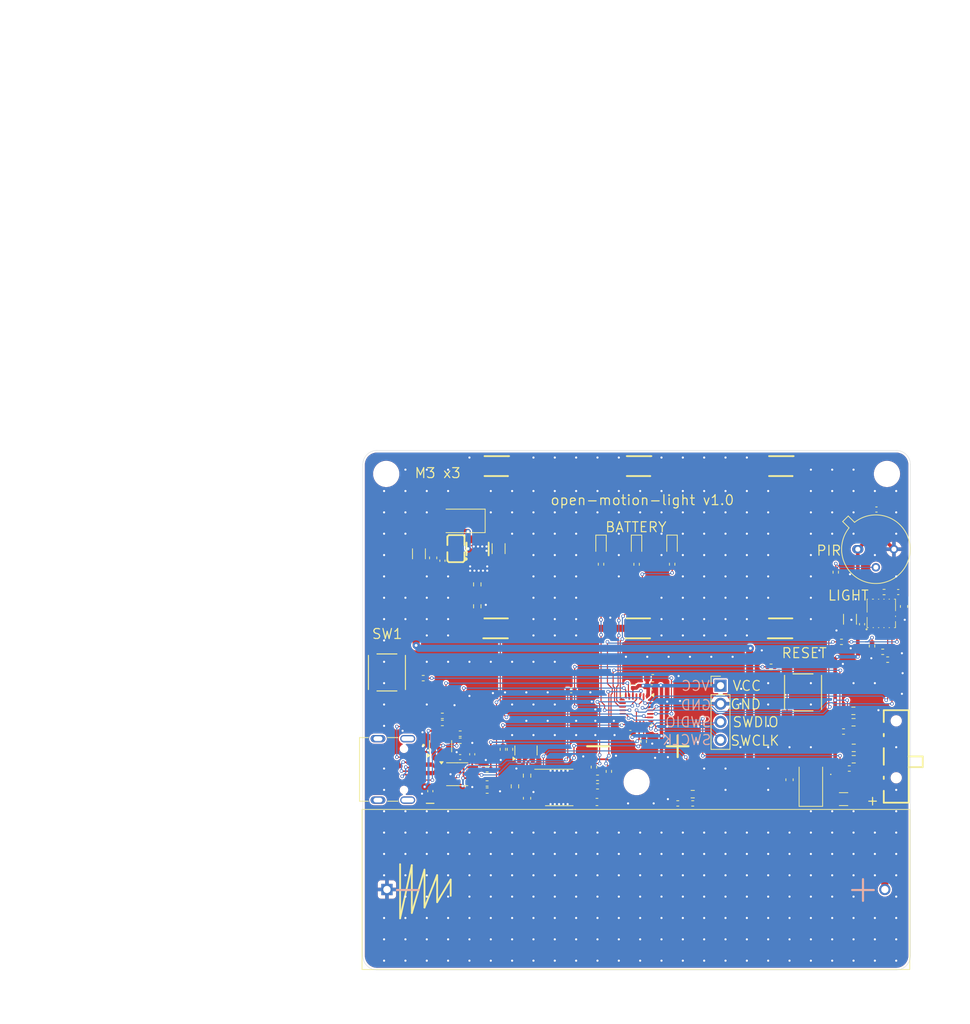
<source format=kicad_pcb>
(kicad_pcb (version 20240108) (generator "pcbnew") (generator_version "8.0")
  (layers (0 "F.Cu" signal) (31 "B.Cu" signal) (34 "B.Paste" user) (35 "F.Paste" user) (36 "B.SilkS" user "B.Silkscreen") (37 "F.SilkS" user "F.Silkscreen") (38 "B.Mask" user) (39 "F.Mask" user) (44 "Edge.Cuts" user))
  (net 0 "")
  (net 1 "Net-(BT1-Pad2)")
  (net 2 "GND")
  (net 3 "+5V")
  (net 4 "VCC")
  (net 5 "Net-(D8-K)")
  (net 6 "Net-(U3-FB)")
  (net 7 "Net-(U6-V3)")
  (net 8 "Net-(U2-NRST)")
  (net 9 "/~{RTS}")
  (net 10 "/CC1_RAW")
  (net 11 "/USB_DP")
  (net 12 "/USB_DN")
  (net 13 "/CC2_RAW")
  (net 14 "Net-(D2-A)")
  (net 15 "Net-(D3-A)")
  (net 16 "Net-(D4-A)")
  (net 17 "Net-(D8-A)")
  (net 24 "/SWDIO")
  (net 25 "/SWCLK")
  (net 26 "Net-(LED1-Pad1)")
  (net 27 "Net-(LED2-Pad1)")
  (net 28 "Net-(LED3-Pad1)")
  (net 29 "Net-(LED4-Pad1)")
  (net 30 "Net-(LED5-Pad1)")
  (net 31 "Net-(Q1-S)")
  (net 32 "Net-(Q1-G)")
  (net 33 "Net-(U1-ISET)")
  (net 34 "Net-(U1-~{CHRG})")
  (net 35 "Net-(U1-~{DONE})")
  (net 36 "/~{DONE}")
  (net 37 "/~{CHRG}")
  (net 38 "/CHARGE_HI_ENABLE")
  (net 39 "/CC1")
  (net 40 "/CC2")
  (net 41 "Net-(R13-Pad1)")
  (net 42 "/LED1")
  (net 43 "/LED2")
  (net 44 "/LED3")
  (net 45 "/PIR")
  (net 46 "Net-(U4-RELOUT)")
  (net 47 "/SDA")
  (net 48 "/SCL")
  (net 49 "Net-(U5-INT)")
  (net 50 "Net-(U6-TXD)")
  (net 51 "/USART_RX")
  (net 52 "Net-(U6-RXD)")
  (net 53 "/USART_TX")
  (net 54 "Net-(U6-TNOW{slash}~{DTR})")
  (net 55 "/BOOT0")
  (net 56 "/BUTTON")
  (net 57 "Net-(R26-Pad1)")
  (net 58 "/LIGHT_INT")
  (net 59 "Net-(R28-Pad2)")
  (net 60 "Net-(R29-Pad1)")
  (net 61 "/POWER_ON")
  (net 62 "/POWER_AUTO")
  (net 63 "/TEMP")
  (net 65 "/WHITE_LED")
  (net 68 "Net-(U5-VDD)")
  (net 69 "Net-(R25-Pad2)")
  (net 70 "Net-(R28-Pad1)")
  (net 71 "Net-(R29-Pad2)")
  (footprint "MountingHole:MountingHole_3.2mm_M3_ISO7380" (layer "F.Cu") (at 89.5 109.6)
    (property "Reference" "H3" (hide yes))
    (property "Value" "MountingHole")
  )
  (footprint "Resistor_SMD:R_0603_1608Metric" (layer "F.Cu") (at 97.39 111.3)
    (property "Reference" "R33" (hide yes))
    (property "Value" "330k")
  )
  (footprint "Resistor_SMD:R_0402_1005Metric" (layer "F.Cu") (at 124.1 91.3)
    (property "Reference" "R20" (hide yes))
    (property "Value" "4k7")
  )
  (footprint "Homebrew:BAT-TH_BH-18650-A1AJ005" (layer "F.Cu") (at 89.4 124.7)
    (property "Reference" "BT1" (hide yes))
    (property "Value" "Battery_Cell")
  )
  (footprint "Capacitor_SMD:C_1206_3216Metric" (layer "F.Cu") (at 58.9 77.525 90)
    (property "Reference" "C13" (hide yes))
    (property "Value" "47uF")
  )
  (footprint "Capacitor_SMD:C_0402_1005Metric" (layer "F.Cu") (at 123.22 71.3)
    (property "Reference" "C14" (hide yes))
    (property "Value" "100nF")
  )
  (footprint "Resistor_SMD:R_0402_1005Metric" (layer "F.Cu") (at 71.7 105 90)
    (property "Reference" "R3" (hide yes))
    (property "Value" "10k")
  )
  (footprint "Resistor_SMD:R_0402_1005Metric" (layer "F.Cu") (at 68.48 109.8)
    (property "Reference" "R24" (hide yes))
    (property "Value" "22k")
  )
  (footprint "Homebrew:SOP-8_3.9x4.9mm_P1.27mm_Thermal" (layer "F.Cu") (at 78.625 110.365)
    (property "Reference" "U1" (hide yes))
    (property "Value" "CN3058E")
  )
  (footprint "Resistor_SMD:R_0402_1005Metric" (layer "F.Cu") (at 119.4 107.7 180)
    (property "Reference" "R30" (hide yes))
    (property "Value" "1k")
  )
  (footprint "Resistor_SMD:R_0402_1005Metric" (layer "F.Cu") (at 94.5 78.99 -90)
    (property "Reference" "R14" (hide yes))
    (property "Value" "1k")
  )
  (footprint "Resistor_SMD:R_0402_1005Metric" (layer "F.Cu") (at 122.6 90.49 90)
    (property "Reference" "R18" (hide yes))
    (property "Value" "100k")
  )
  (footprint "Homebrew:LED-SMD_L3.3-W2.8-RD" (layer "F.Cu") (at 69.51 65.2 180)
    (property "Reference" "LED1" (hide yes))
    (property "Value" "HL-AM-2835H421W-S1-08-HR3")
  )
  (footprint "Capacitor_SMD:C_0603_1608Metric" (layer "F.Cu") (at 91.775 95)
    (property "Reference" "C4" (hide yes))
    (property "Value" "10uF")
  )
  (footprint "Resistor_SMD:R_0402_1005Metric" (layer "F.Cu") (at 59.5 95)
    (property "Reference" "R26" (hide yes))
    (property "Value" "1k")
  )
  (footprint "Resistor_SMD:R_0603_1608Metric" (layer "F.Cu") (at 120.025 104.8 180)
    (property "Reference" "R35" (hide yes))
    (property "Value" "2M")
  )
  (footprint "Package_DFN_QFN:QFN-28_4x4mm_P0.5mm" (layer "F.Cu") (at 89.476427 99.516466 -90)
    (property "Reference" "U2" (hide yes))
    (property "Value" "STM32L031G6U6")
  )
  (footprint "Resistor_SMD:R_0402_1005Metric" (layer "F.Cu") (at 97.39 112.6)
    (property "Reference" "TH1" (hide yes))
    (property "Value" "Thermistor_NTC")
  )
  (footprint "Resistor_SMD:R_0603_1608Metric" (layer "F.Cu") (at 67.1 84.9 90)
    (property "Reference" "R25" (hide yes))
    (property "Value" "2Ω ")
  )
  (footprint "Resistor_SMD:R_0603_1608Metric" (layer "F.Cu") (at 120.025 106.4)
    (property "Reference" "R29" (hide yes))
    (property "Value" "2M")
  )
  (footprint "Capacitor_SMD:C_0402_1005Metric" (layer "F.Cu") (at 121.2 87.42 -90)
    (property "Reference" "C18" (hide yes))
    (property "Value" "100nF")
  )
  (footprint "Resistor_SMD:R_0402_1005Metric" (layer "F.Cu") (at 62.19 100.3 180)
    (property "Reference" "R11" (hide yes))
    (property "Value" "1k")
  )
  (footprint "Resistor_SMD:R_0402_1005Metric" (layer "F.Cu") (at 90.5 103.9 90)
    (property "Reference" "R21" (hide yes))
    (property "Value" "220")
  )
  (footprint "Homebrew:SENSORS-SMD_VCNL4010-GS08" (layer "F.Cu") (at 123.9 85.9 90)
    (property "Reference" "U5" (hide yes))
    (property "Value" "VCNL4010-GS08")
  )
  (footprint "Homebrew:SW-SMD_SSSS213800" (layer "F.Cu") (at 123.23 106 -90)
    (property "Reference" "SW3" (hide yes))
    (property "Value" "SSSS213800")
  )
  (footprint "Connector_PinHeader_2.54mm:PinHeader_1x04_P2.54mm_Vertical" (layer "F.Cu") (at 101.3 96.06)
    (property "Reference" "J2" (hide yes))
    (property "Value" "Conn_01x04")
  )
  (footprint "Capacitor_SMD:C_0402_1005Metric" (layer "F.Cu") (at 62.2 78.5 -90)
    (property "Reference" "C9" (hide yes))
    (property "Value" "100nF")
  )
  (footprint "Resistor_SMD:R_0402_1005Metric" (layer "F.Cu") (at 84.01 110.2 180)
    (property "Reference" "R7" (hide yes))
    (property "Value" "10k")
  )
  (footprint "Capacitor_SMD:C_1206_3216Metric" (layer "F.Cu") (at 70.1 76.8 -90)
    (property "Reference" "C11" (hide yes))
    (property "Value" "10uF 28V")
  )
  (footprint "Homebrew:SW_TACTILE_5.1MM_TS-1187A-C-D-B" (layer "F.Cu") (at 112.9 97 -90)
    (property "Reference" "SW1" (hide yes))
    (property "Value" "SW_Push")
  )
  (footprint "Capacitor_SMD:C_0603_1608Metric" (layer "F.Cu") (at 74.1 111.875 90)
    (property "Reference" "C1" (hide yes))
    (property "Value" "10uF")
  )
  (footprint "Resistor_SMD:R_0402_1005Metric" (layer "F.Cu") (at 89.5 79 -90)
    (property "Reference" "R15" (hide yes))
    (property "Value" "1k")
  )
  (footprint "Resistor_SMD:R_0402_1005Metric" (layer "F.Cu") (at 108.4 93.4 180)
    (property "Reference" "R13" (hide yes))
    (property "Value" "1k")
  )
  (footprint "Homebrew:LED-SMD_L3.3-W2.8-RD" (layer "F.Cu") (at 70.01 88)
    (property "Reference" "LED6" (hide yes))
    (property "Value" "HL-AM-2835H421W-S1-08-HR3")
  )
  (footprint "Resistor_SMD:R_0402_1005Metric" (layer "F.Cu") (at 64.7 102.8)
    (property "Reference" "R12" (hide yes))
    (property "Value" "1k")
  )
  (footprint "Resistor_SMD:R_0603_1608Metric" (layer "F.Cu") (at 74.1 108.7 90)
    (property "Reference" "R2" (hide yes))
    (property "Value" "2k7")
  )
  (footprint "Capacitor_SMD:C_0402_1005Metric" (layer "F.Cu") (at 66.39 105.7 90)
    (property "Reference" "C16" (hide yes))
    (property "Value" "100nF")
  )
  (footprint "Resistor_SMD:R_0402_1005Metric" (layer "F.Cu") (at 118.59 102.5 180)
    (property "Reference" "R31" (hide yes))
    (property "Value" "1k")
  )
  (footprint "Resistor_SMD:R_0402_1005Metric" (layer "F.Cu") (at 118.3 89.9 180)
    (property "Reference" "R27" (hide yes))
    (property "Value" "1k	")
  )
  (footprint "Resistor_SMD:R_0603_1608Metric" (layer "F.Cu") (at 119.975 99.6)
    (property "Reference" "R36" (hide yes))
    (property "Value" "2M")
  )
  (footprint "Resistor_SMD:R_0603_1608Metric" (layer "F.Cu") (at 120 101.2 180)
    (property "Reference" "R28" (hide yes))
    (property "Value" "2M")
  )
  (footprint "Diode_SMD:D_0402_1005Metric" (layer "F.Cu") (at 116.8 109.615 -90)
    (property "Reference" "D5" (hide yes))
    (property "Value" "D_TVS")
  )
  (footprint "Homebrew:LED-SMD_L3.3-W2.8-RD" (layer "F.Cu") (at 109.51 65.2 180)
    (property "Reference" "LED3" (hide yes))
    (property "Value" "HL-AM-2835H421W-S1-08-HR3")
  )
  (footprint "Fuse:Fuse_1206_3216Metric" (layer "F.Cu") (at 118.6 112)
    (property "Reference" "F1" (hide yes))
    (property "Value" "Polyfuse 1A")
  )
  (footprint "Capacitor_SMD:C_1206_3216Metric" (layer "F.Cu") (at 119.5 86.725 -90)
    (property "Reference" "C19" (hide yes))
    (property "Value" "47uF")
  )
  (footprint "Package_SO:MSOP-10_3x3mm_P0.5mm" (layer "F.Cu") (at 64.2775 108.5)
    (property "Reference" "U6" (hide yes))
    (property "Value" "CH340X")
  )
  (footprint "LED_SMD:LED_0603_1608Metric" (layer "F.Cu") (at 89.49 76.3875 -90)
    (property "Reference" "D3" (hide yes))
    (property "Value" "RED")
  )
  (footprint "Capacitor_SMD:C_0402_1005Metric" (layer "F.Cu") (at 88.62 102.7 180)
    (property "Reference" "C6" (hide yes))
    (property "Value" "100nF")
  )
  (footprint "Resistor_SMD:R_0402_1005Metric" (layer "F.Cu") (at 124.29 82.9)
    (property "Reference" "R37" (hide yes))
    (property "Value" "10")
  )
  (footprint "Diode_SMD:D_SMA" (layer "F.Cu") (at 64.7 72.9 180)
    (property "Reference" "D8" (hide yes))
    (property "Value" "D")
  )
  (footprint "Homebrew:LED-SMD_L3.3-W2.8-RD" (layer "F.Cu") (at 90.01 88)
    (property "Reference" "LED5" (hide yes))
    (property "Value" "HL-AM-2835H421W-S1-08-HR3")
  )
  (footprint "Capacitor_SMD:C_0603_1608Metric" (layer "F.Cu") (at 111 109.275 90)
    (property "Reference" "C8" (hide yes))
    (property "Value" "10uF")
  )
  (footprint "MountingHole:MountingHole_3.2mm_M3_ISO7380" (layer "F.Cu") (at 54.3 66.3)
    (property "Reference" "H1" (hide yes))
    (property "Value" "MountingHole")
  )
  (footprint "Homebrew:SW_TACTILE_5.1MM_TS-1187A-C-D-B" (layer "F.Cu") (at 54.4 94.2 90)
    (property "Reference" "SW2" (hide yes))
    (property "Value" "SW_Push")
  )
  (footprint "Capacitor_SMD:C_0402_1005Metric" (layer "F.Cu") (at 91.62 96.3)
    (property "Reference" "C5" (hide yes))
    (property "Value" "100nF")
  )
  (footprint "Homebrew:HRO_TYPE-C-31-M-12" (layer "F.Cu") (at 53.14 107.82 -90)
    (property "Reference" "J1" (hide yes))
    (property "Value" "TYPE-C-31-M-12")
  )
  (footprint "Homebrew:LED-SMD_L3.3-W2.8-RD" (layer "F.Cu") (at 110.01 88)
    (property "Reference" "LED4" (hide yes))
    (property "Value" "HL-AM-2835H421W-S1-08-HR3")
  )
  (footprint "Diode_SMD:D_SMA" (layer "F.Cu") (at 114 109.5 90)
    (property "Reference" "D13" (hide yes))
    (property "Value" "D")
  )
  (footprint "Package_TO_SOT_SMD:SOT-23-6" (layer "F.Cu") (at 61.94 104.5625 90)
    (property "Reference" "D1" (hide yes))
    (property "Value" "SRV05-4-P-T7")
  )
  (footprint "Resistor_SMD:R_0603_1608Metric" (layer "F.Cu") (at 72.4 110.2 -90)
    (property "Reference" "R1" (hide yes))
    (property "Value" "2k7")
  )
  (footprint "Capacitor_SMD:C_0402_1005Metric" (layer "F.Cu") (at 89 95.9 90)
    (property "Reference" "C7" (hide yes))
    (property "Value" "100nF")
  )
  (footprint "Homebrew:L0806" (layer "F.Cu") (at 64.1 76.8 -90)
    (property "Reference" "L2" (hide yes))
    (property "Value" "MPL2016S4R7MHT")
  )
  (footprint "Homebrew:LED-SMD_L3.3-W2.8-RD" (layer "F.Cu") (at 89.51 65.2 180)
    (property "Reference" "LED2" (hide yes))
    (property "Value" "HL-AM-2835H421W-S1-08-HR3")
  )
  (footprint "Capacitor_SMD:C_0402_1005Metric" (layer "F.Cu") (at 60.5 110.88 -90)
    (property "Reference" "C2" (hide yes))
    (property "Value" "100nF")
  )
  (footprint "Resistor_SMD:R_0402_1005Metric" (layer "F.Cu") (at 70.7 105 90)
    (property "Reference" "R10" (hide yes))
    (property "Value" "100")
  )
  (footprint "Capacitor_SMD:C_0603_1608Metric" (layer "F.Cu") (at 60.9 78.1 -90)
    (property "Reference" "C10" (hide yes))
    (property "Value" "10uF")
  )
  (footprint "Resistor_SMD:R_0402_1005Metric" (layer "F.Cu") (at 124.8 92.4)
    (property "Reference" "R19" (hide yes))
    (property "Value" "4k7")
  )
  (footprint "Resistor_SMD:R_0402_1005Metric" (layer "F.Cu") (at 85.6 108.1 -90)
    (property "Reference" "R8" (hide yes))
    (property "Value" "1k	")
  )
  (footprint "LED_SMD:LED_0603_1608Metric" (layer "F.Cu") (at 84.5 76.3875 -90)
    (property "Reference" "D4" (hide yes))
    (property "Value" "RED")
  )
  (footprint "Resistor_SMD:R_0402_1005Metric" (layer "F.Cu") (at 62.19 101.3)
    (property "Reference" "R5" (hide yes))
    (property "Value" "5k1")
  )
  (footprint "Resistor_SMD:R_0402_1005Metric" (layer "F.Cu") (at 84.01 109 180)
    (property "Reference" "R6" (hide yes))
    (property "Value" "10k")
  )
  (footprint "Resistor_SMD:R_0402_1005Metric" (layer "F.Cu") (at 95.29 112.6)
    (property "Reference" "R32" (hide yes))
    (property "Value" "22k")
  )
  (footprint "Package_TO_SOT_THT:TO-5-3_Window" (layer "F.Cu") (at 120.6 76.88)
    (property "Reference" "U4" (hide yes))
    (property "Value" "PIR223D-S0")
  )
  (footprint "Capacitor_SMD:C_0402_1005Metric" (layer "F.Cu") (at 64.69 106.1 180)
    (property "Reference" "C15" (hide yes))
    (property "Value" "100nF")
  )
  (footprint "Capacitor_SMD:C_0603_1608Metric" (layer "F.Cu") (at 127.1 84.925 -90)
    (property "Reference" "C20" (hide yes))
    (property "Value" "10uF")
  )
  (footprint "Homebrew:SOT-23-6_L2.9-W1.6-P0.95-LS2.8-BR" (layer "F.Cu") (at 67.15 76.85 -90)
    (property "Reference" "U3" (hide yes))
    (property "Value" "MT9284BS6")
  )
  (footprint "LED_SMD:LED_0603_1608Metric" (layer "F.Cu") (at 94.48 76.3875 -90)
    (property "Reference" "D2" (hide yes))
    (property "Value" "RED")
  )
  (footprint "Resistor_SMD:R_0402_1005Metric" (layer "F.Cu") (at 64.7 103.8)
    (property "Reference" "R4" (hide yes))
    (property "Value" "5k1")
  )
  (footprint "Capacitor_SMD:C_0402_1005Metric" (layer "F.Cu") (at 80.3 96.7)
    (property "Reference" "C17" (hide yes))
    (property "Value" "100nF")
  )
  (footprint "MountingHole:MountingHole_3.2mm_M3_ISO7380" (layer "F.Cu") (at 124.7 66.3)
    (property "Reference" "H2" (hide yes))
    (property "Value" "MountingHole")
  )
  (footprint "Capacitor_SMD:C_0402_1005Metric" (layer "F.Cu") (at 126.28 82.9 180)
    (property "Reference" "C12" (hide yes))
    (property "Value" "100nF")
  )
  (footprint "Package_TO_SOT_SMD:SOT-23" (layer "F.Cu") (at 73.95 105.1625 90)
    (property "Reference" "Q1" (hide yes))
    (property "Value" "2N7002")
  )
  (footprint "Resistor_SMD:R_0402_1005Metric" (layer "F.Cu") (at 117.5 80.11 90)
    (property "Reference" "R17" (hide yes))
    (property "Value" "1k	")
  )
  (footprint "Capacitor_SMD:C_0603_1608Metric" (layer "F.Cu") (at 83.925 112.4)
    (property "Reference" "C3" (hide yes))
    (property "Value" "10uF")
  )
  (footprint "Resistor_SMD:R_0402_1005Metric" (layer "F.Cu") (at 83.5 107.5 -90)
    (property "Reference" "R9" (hide yes))
    (property "Value" "1k	")
  )
  (footprint "Resistor_SMD:R_0402_1005Metric" (layer "F.Cu") (at 84.5 78.99 -90)
    (property "Reference" "R16" (hide yes))
    (property "Value" "1k")
  )
  (footprint "Resistor_SMD:R_0402_1005Metric" (layer "F.Cu") (at 68.49 107.8)
    (property "Reference" "R22" (hide yes))
    (property "Value" "220")
  )
  (footprint "Resistor_SMD:R_0402_1005Metric" (layer "F.Cu") (at 68.49 110.8)
    (property "Reference" "R23" (hide yes))
    (property "Value" "4k7")
  )
  (footprint "Resistor_SMD:R_0603_1608Metric" (layer "F.Cu") (at 67.1 81.825 90)
    (property "Reference" "R34" (hide yes))
    (property "Value" "2Ω ")
  )
  (gr_line (start 126 136) (end 53 136) (stroke (width 0.05)) (layer "Edge.Cuts"))
  (gr_arc (start 51 65) (mid 51.585786 63.585786) (end 53 63) (stroke (width 0.05)) (layer "Edge.Cuts"))
  (gr_line (start 53 63) (end 126 63) (stroke (width 0.05)) (layer "Edge.Cuts"))
  (gr_line (start 128 65) (end 128 134) (stroke (width 0.05)) (layer "Edge.Cuts"))
  (gr_arc (start 128 134) (mid 127.414214 135.414214) (end 126 136) (stroke (width 0.05)) (layer "Edge.Cuts"))
  (gr_arc (start 53 136) (mid 51.585786 135.414214) (end 51 134) (stroke (width 0.05)) (layer "Edge.Cuts"))
  (gr_arc (start 126 63) (mid 127.414214 63.585786) (end 128 65) (stroke (width 0.05)) (layer "Edge.Cuts"))
  (gr_line (start 51 134) (end 51 65) (stroke (width 0.05)) (layer "Edge.Cuts"))
  (gr_text "VCC" (at 99.9 96.9 -0) (layer "B.SilkS") (effects (font (size 1.4 1.4) (thickness 0.16)) (justify left bottom mirror)))
  (gr_text "-" (at 60 126.8 0) (layer "B.SilkS") (effects (font (size 4 4) (thickness 0.3)) (justify left bottom mirror)))
  (gr_text "SWCLK" (at 100.1 104.5 -0) (layer "B.SilkS") (effects (font (size 1.4 1.4) (thickness 0.16)) (justify left bottom mirror)))
  (gr_text "GND" (at 100.1 99.6 -0) (layer "B.SilkS") (effects (font (size 1.4 1.4) (thickness 0.16)) (justify left bottom mirror)))
  (gr_text "SWDIO" (at 100.1 102 -0) (layer "B.SilkS") (effects (font (size 1.4 1.4) (thickness 0.16)) (justify left bottom mirror)))
  (gr_text "+" (at 124 126.8 -0) (layer "B.SilkS") (effects (font (size 4 4) (thickness 0.3)) (justify left bottom mirror)))
  (gr_text "M3 x3" (at 58.2 67 0) (layer "F.SilkS") (effects (font (size 1.4 1.4) (thickness 0.16)) (justify left bottom)))
  (gr_text "-" (at 59.5 113.3 0) (layer "F.SilkS") (effects (font (size 1.4 1.4) (thickness 0.16)) (justify left bottom)))
  (gr_text "LIGHT" (at 116.3 84.2 0) (layer "F.SilkS") (effects (font (size 1.4 1.4) (thickness 0.16)) (justify left bottom)))
  (gr_text "PIR" (at 114.7 77.9 0) (layer "F.SilkS") (effects (font (size 1.4 1.4) (thickness 0.16)) (justify left bottom)))
  (gr_text "SW1" (at 52.2 89.6 0) (layer "F.SilkS") (effects (font (size 1.4 1.4) (thickness 0.16)) (justify left bottom)))
  (gr_text "-" (at 81.4 106.6 0) (layer "F.SilkS") (effects (font (size 4 4) (thickness 0.3)) (justify left bottom)))
  (gr_text "VCC" (at 102.9 96.9 0) (layer "F.SilkS") (effects (font (size 1.4 1.4) (thickness 0.16)) (justify left bottom)))
  (gr_text "GND" (at 102.6 99.5 0) (layer "F.SilkS") (effects (font (size 1.4 1.4) (thickness 0.16)) (justify left bottom)))
  (gr_text "SWDIO" (at 102.9 102 0) (layer "F.SilkS") (effects (font (size 1.4 1.4) (thickness 0.16)) (justify left bottom)))
  (gr_text "SWCLK" (at 102.6 104.6 0) (layer "F.SilkS") (effects (font (size 1.4 1.4) (thickness 0.16)) (justify left bottom)))
  (gr_text "+" (at 92.6 106.6 0) (layer "F.SilkS") (effects (font (size 4 4) (thickness 0.3)) (justify left bottom)))
  (gr_text "BATTERY" (at 85 74.6 0) (layer "F.SilkS") (effects (font (size 1.4 1.4) (thickness 0.16)) (justify left bottom)))
  (gr_text "open-motion-light v1.0" (at 77.3 70.8 0) (layer "F.SilkS") (effects (font (size 1.4 1.4) (thickness 0.16)) (justify left bottom)))
  (gr_text "+" (at 121.7 113 0) (layer "F.SilkS") (effects (font (size 1.4 1.4) (thickness 0.16)) (justify left bottom)))
  (gr_text "RESET" (at 109.8 92.3 0) (layer "F.SilkS") (effects (font (size 1.4 1.4) (thickness 0.16)) (justify left bottom)))
  (segment (start 124.4 113) (end 124.4 124.7) (width 1) (layer "F.Cu") (net 1))
  (segment (start 120 112) (end 123.4 112) (width 1) (layer "F.Cu") (net 1))
  (segment (start 123.4 112) (end 124.4 113) (width 1) (layer "F.Cu") (net 1))
  (segment (start 70.3 110.9) (end 70.2 111) (width 1) (layer "F.Cu") (net 2))
  (segment (start 63.270562 111.499991) (end 63.170553 111.6) (width 1) (layer "F.Cu") (net 2))
  (segment (start 66.5 79.4) (end 66.1 79.8) (width 1) (layer "F.Cu") (net 2))
  (segment (start 69 110.8) (end 69 111.3) (width 1) (layer "F.Cu") (net 2))
  (segment (start 67.15 79.15) (end 66.9 79.4) (width 1) (layer "F.Cu") (net 2))
  (segment (start 115.35 107.5) (end 116.8 108.95) (width 1) (layer "F.Cu") (net 2))
  (segment (start 60.9 78.875) (end 59.025 78.875) (width 1) (layer "F.Cu") (net 2))
  (segment (start 61.639999 104.7375) (end 61.94 105.037501) (width 0.3) (layer "F.Cu") (net 2))
  (segment (start 125.7 85.9) (end 122.3 85.9) (width 0.5) (layer "F.Cu") (net 2))
  (segment (start 127.1 85.7) (end 125.9 85.7) (width 0.5) (layer "F.Cu") (net 2))
  (segment (start 67.15 79.35) (end 67.15 79.65) (width 0.75) (layer "F.Cu") (net 2))
  (segment (start 59.025 78.875) (end 58.9 79) (width 1) (layer "F.Cu") (net 2))
  (segment (start 61.975 79.275) (end 61.7 79) (width 0.75) (layer "F.Cu") (net 2))
  (segment (start 66.7 79.8) (end 66.5 79.4) (width 1) (layer "F.Cu") (net 2))
  (segment (start 122.04 86.1) (end 121.2 86.94) (width 0.5) (layer "F.Cu") (net 2))
  (segment (start 61.7 79) (end 58.9 79) (width 0.75) (layer "F.Cu") (net 2))
  (segment (start 58.235 104.57) (end 61.12967 104.57) (width 0.3) (layer "F.Cu") (net 2))
  (segment (start 67.3 79.8) (end 67.15 79.95) (width 0.75) (layer "F.Cu") (net 2))
  (segment (start 67.3 79.2) (end 67.15 79.35) (width 0.75) (layer "F.Cu") (net 2))
  (segment (start 63.170553 111.6) (end 59.2 111.6) (width 1) (layer "F.Cu") (net 2))
  (segment (start 61.12967 104.57) (end 61.29717 104.7375) (width 0.3) (layer "F.Cu") (net 2))
  (segment (start 92.1 95.45) (end 92.1 96.3) (width 0.2) (layer "F.Cu") (net 2))
  (segment (start 67.15 79.95) (end 67.15 80.95) (width 0.75) (layer "F.Cu") (net 2))
  (segment (start 63.002326 111.231755) (end 63.270562 111.499991) (width 0.15) (layer "F.Cu") (net 2))
  (segment (start 114 107.5) (end 112 107.5) (width 1) (layer "F.Cu") (net 2))
  (segment (start 67.025 79.275) (end 66.775 79.275) (width 0.75) (layer "F.Cu") (net 2))
  (segment (start 70.2 111) (end 69.2 111) (width 1) (layer "F.Cu") (net 2))
  (segment (start 92.55 95) (end 92.1 95.45) (width 0.2) (layer "F.Cu") (net 2))
  (segment (start 66.625 79.275) (end 66.175 79.275) (width 0.75) (layer "F.Cu") (net 2))
  (segment (start 123.7 74.9) (end 125.68 76.88) (width 0.5) (layer "F.Cu") (net 2))
  (segment (start 65.7 79.4) (end 61.425 79.4) (width 1) (layer "F.Cu") (net 2))
  (segment (start 61.94 105.037501) (end 61.94 105.7) (width 0.3) (layer "F.Cu") (net 2))
  (segment (start 67.15 78.2) (end 67.15 79.15) (width 0.75) (layer "F.Cu") (net 2))
  (segment (start 84.7 112.4) (end 84.7 112.568672) (width 1) (layer "F.Cu") (net 2))
  (segment (start 69 111.3) (end 68.8 111.5) (width 1) (layer "F.Cu") (net 2))
  (segment (start 61.29717 104.7375) (end 61.639999 104.7375) (width 0.3) (layer "F.Cu") (net 2))
  (segment (start 59.171585 111.07) (end 59.33334 111.231755) (width 0.3) (layer "F.Cu") (net 2))
  (segment (start 70.4 111) (end 70.3 110.9) (width 1) (layer "F.Cu") (net 2))
  (segment (start 66.025 79.275) (end 61.975 79.275) (width 0.75) (layer "F.Cu") (net 2))
  (segment (start 90.145 94.275) (end 89 95.42) (width 0.2) (layer "F.Cu") (net 2))
  (segment (start 92.55 95) (end 91.825 94.275) (width 0.2) (layer "F.Cu") (net 2))
  (segment (start 122.1 86.1) (end 120.35 86.1) (width 0.5) (layer "F.Cu") (net 2))
  (segment (start 66.9 79.4) (end 66.7 79.8) (width 1) (layer "F.Cu") (net 2))
  (segment (start 88.14 102.7) (end 88.476427 102.363573) (width 0.2) (layer "F.Cu") (net 2))
  (segment (start 67.15 79.65) (end 67.3 79.8) (width 0.75) (layer "F.Cu") (net 2))
  (segment (start 122.1 86.1) (end 122.04 86.1) (width 0.5) (layer "F.Cu") (net 2))
  (segment (start 125.9 85.7) (end 125.7 85.9) (width 0.5) (layer "F.Cu") (net 2))
  (segment (start 67.15 79.15) (end 67.025 79.275) (width 0.75) (layer "F.Cu") (net 2))
  (segment (start 91.473927 98.016466) (end 92.1 97.390393) (width 0.2) (layer "F.Cu") (net 2))
  (segment (start 84.7 112.568672) (end 83.668672 113.6) (width 1) (layer "F.Cu") (net 2))
  (segment (start 67.15 80.95) (end 67.1 81) (width 0.75) (layer "F.Cu") (net 2))
  (segment (start 62.165 108.5) (end 63.34 108.5) (width 0.15) (layer "F.Cu") (net 2))
  (segment (start 123.7 71.3) (end 123.7 74.9) (width 0.5) (layer "F.Cu") (net 2))
  (segment (start 112 107.5) (end 111 108.5) (width 1) (layer "F.Cu") (net 2))
  (segment (start 122.3 85.9) (end 122.1 86.1) (width 0.5) (layer "F.Cu") (net 2))
  (segment (start 59.33334 111.231755) (end 63.002326 111.231755) (width 0.15) (layer "F.Cu") (net 2))
  (segment (start 120.35 86.1) (end 119.5 85.25) (width 0.5) (layer "F.Cu") (net 2))
  (segment (start 76 111) (end 70.4 111) (width 1) (layer "F.Cu") (net 2))
  (segment (start 83.668672 113.6) (end 75 113.6) (width 1) (layer "F.Cu") (net 2))
  (segment (start 88.476427 102.363573) (end 88.476427 101.453966) (width 0.2) (layer "F.Cu") (net 2))
  (segment (start 91.825 94.275) (end 90.145 94.275) (width 0.2) (layer "F.Cu") (net 2))
  (segment (start 58.235 111.07) (end 59.171585 111.07) (width 0.3) (layer "F.Cu") (net 2))
  (segment (start 114 107.5) (end 115.35 107.5) (width 1) (layer "F.Cu") (net 2))
  (segment (start 69.2 111) (end 69 110.8) (width 1) (layer "F.Cu") (net 2))
  (segment (start 61.425 79.4) (end 60.9 78.875) (width 1) (layer "F.Cu") (net 2))
  (segment (start 67.15 78.2) (end 67.15 79.05) (width 0.75) (layer "F.Cu") (net 2))
  (segment (start 92.1 97.390393) (end 92.1 96.3) (width 0.2) (layer "F.Cu") (net 2))
  (segment (start 66.1 79.8) (end 65.7 79.4) (width 1) (layer "F.Cu") (net 2))
  (via (at 96 122.703137) (size 0.5) (drill 0.3) (layers "F.Cu" "B.Cu") (net 2))
  (via (at 68.5 79.3) (size 0.5) (drill 0.3) (layers "F.Cu" "B.Cu") (net 2))
  (via (at 102 119.703137) (size 0.5) (drill 0.3) (layers "F.Cu" "B.Cu") (net 2))
  (via (at 108 131.703137) (size 0.5) (drill 0.3) (layers "F.Cu" "B.Cu") (net 2))
  (via (at 77 101) (size 0.5) (drill 0.3) (layers "F.Cu" "B.Cu") (net 2))
  (via (at 63 92.703137) (size 0.5) (drill 0.3) (layers "F.Cu" "B.Cu") (net 2))
  (via (at 120 125.703137) (size 0.5) (drill 0.3) (layers "F.Cu" "B.Cu") (net 2))
  (via (at 70.4 106.5) (size 0.5) (drill 0.3) (layers "F.Cu" "B.Cu") (net 2))
  (via (at 102 131.703137) (size 0.5) (drill 0.3) (layers "F.Cu" "B.Cu") (net 2))
  (via (at 93 86.703137) (size 0.5) (drill 0.3) (layers "F.Cu" "B.Cu") (net 2))
  (via (at 78 83.703137) (size 0.5) (drill 0.3) (layers "F.Cu" "B.Cu") (net 2))
  (via (at 114 128.703137) (size 0.5) (drill 0.3) (layers "F.Cu" "B.Cu") (net 2))
  (via (at 54 98.703137) (size 0.5) (drill 0.3) (layers "F.Cu" "B.Cu") (net 2))
  (via (at 54 134.703137) (size 0.5) (drill 0.3) (layers "F.Cu" "B.Cu") (net 2))
  (via (at 82 106) (size 0.5) (drill 0.3) (layers "F.Cu" "B.Cu") (net 2))
  (via (at 99 107.703137) (size 0.5) (drill 0.3) (layers "F.Cu" "B.Cu") (net 2))
  (via (at 119.5 80.4) (size 0.5) (drill 0.3) (layers "F.Cu" "B.Cu") (net 2))
  (via (at 68.3 84.7) (size 0.5) (drill 0.3) (layers "F.Cu" "B.Cu") (net 2))
  (via (at 120 68.703137) (size 0.5) (drill 0.3) (layers "F.Cu" "B.Cu") (net 2))
  (via (at 99 80.703137) (size 0.5) (drill 0.3) (layers "F.Cu" "B.Cu") (net 2))
  (via (at 63 80.703137) (size 0.5) (drill 0.3) (layers "F.Cu" "B.Cu") (net 2))
  (via (at 96 68.703137) (size 0.5) (drill 0.3) (layers "F.Cu" "B.Cu") (net 2))
  (via (at 60 86.703137) (size 0.5) (drill 0.3) (layers "F.Cu" "B.Cu") (net 2))
  (via (at 99 116.703137) (size 0.5) (drill 0.3) (layers "F.Cu" "B.Cu") (net 2))
  (via (at 81 116.703137) (size 0.5) (drill 0.3) (layers "F.Cu" "B.Cu") (net 2))
  (via (at 111 125.703137) (size 0.5) (drill 0.3) (layers "F.Cu" "B.Cu") (net 2))
  (via (at 87 125.703137) (size 0.5) (drill 0.3) (layers "F.Cu" "B.Cu") (net 2))
  (via (at 114 86.703137) (size 0.5) (drill 0.3) (layers "F.Cu" "B.Cu") (net 2))
  (via (at 90 122.703137) (size 0.5) (drill 0.3) (layers "F.Cu" "B.Cu") (net 2))
  (via (at 96 125.703137) (size 0.5) (drill 0.3) (layers "F.Cu" "B.Cu") (net 2))
  (via (at 108 77.703137) (size 0.5) (drill 0.3) (layers "F.Cu" "B.Cu") (net 2))
  (via (at 87 77.703137) (size 0.5) (drill 0.3) (layers "F.Cu" "B.Cu") (net 2))
  (via (at 69 119.703137) (size 0.5) (drill 0.3) (layers "F.Cu" "B.Cu") (net 2))
  (via (at 78 98.703137) (size 0.5) (drill 0.3) (layers "F.Cu" "B.Cu") (net 2))
  (via (at 86.4 103) (size 0.5) (drill 0.3) (layers "F.Cu" "B.Cu") (net 2))
  (via (at 108 83.703137) (size 0.5) (drill 0.3) (layers "F.Cu" "B.Cu") (net 2))
  (via (at 78 77.703137) (size 0.5) (drill 0.3) (layers "F.Cu" "B.Cu") (net 2))
  (via (at 96 131.703137) (size 0.5) (drill 0.3) (layers "F.Cu" "B.Cu") (net 2))
  (via (at 102 125.703137) (size 0.5) (drill 0.3) (layers "F.Cu" "B.Cu") (net 2))
  (via (at 63 125.703137) (size 0.5) (drill 0.3) (layers "F.Cu" "B.Cu") (net 2))
  (via (at 108 68.703137) (size 0.5) (drill 0.3) (layers "F.Cu" "B.Cu") (net 2))
  (via (at 72 131.703137) (size 0.5) (drill 0.3) (layers "F.Cu" "B.Cu") (net 2))
  (via (at 108 122.703137) (size 0.5) (drill 0.3) (layers "F.Cu" "B.Cu") (net 2))
  (via (at 88 92) (size 0.5) (drill 0.3) (layers "F.Cu" "B.Cu") (net 2))
  (via (at 123.5 99.5) (size 0.5) (drill 0.3) (layers "F.Cu" "B.Cu") (net 2))
  (via (at 87 134.703137) (size 0.5) (drill 0.3) (layers "F.Cu" "B.Cu") (net 2))
  (via (at 99 131.703137) (size 0.5) (drill 0.3) (layers "F.Cu" "B.Cu") (net 2))
  (via (at 122.5 92.2) (size 0.5) (drill 0.3) (layers "F.Cu" "B.Cu") (net 2))
  (via (at 57 65.703137) (size 0.5) (drill 0.3) (layers "F.Cu" "B.Cu") (net 2))
  (via (at 93 134.703137) (size 0.5) (drill 0.3) (layers "F.Cu" "B.Cu") (net 2))
  (via (at 69 116.703137) (size 0.5) (drill 0.3) (layers "F.Cu" "B.Cu") (net 2))
  (via (at 96 80.703137) (size 0.5) (drill 0.3) (layers "F.Cu" "B.Cu") (net 2))
  (via (at 78 128.703137) (size 0.5) (drill 0.3) (layers "F.Cu" "B.Cu") (net 2))
  (via (at 63 65.703137) (size 0.5) (drill 0.3) (layers "F.Cu" "B.Cu") (net 2))
  (via (at 64.2 105.4) (size 0.5) (drill 0.3) (layers "F.Cu" "B.Cu") (net 2))
  (via (at 96 86.703137) (size 0.5) (drill 0.3) (layers "F.Cu" "B.Cu") (net 2))
  (via (at 123 119.703137) (size 0.5) (drill 0.3) (layers "F.Cu" "B.Cu") (net 2))
  (via (at 96 77.703137) (size 0.5) (drill 0.3) (layers "F.Cu" "B.Cu") (net 2))
  (via (at 114 113.703137) (size 0.5) (drill 0.3) (layers "F.Cu" "B.Cu") (net 2))
  (via (at 108 116.703137) (size 0.5) (drill 0.3) (layers "F.Cu" "B.Cu") (net 2))
  (via (at 78 89) (size 0.5) (drill 0.3) (layers "F.Cu" "B.Cu") (net 2))
  (via (at 78 119.703137) (size 0.5) (drill 0.3) (layers "F.Cu" "B.Cu") (net 2))
  (via (at 66.1 79.9) (size 0.5) (drill 0.3) (layers "F.Cu" "B.Cu") (net 2))
  (via (at 75 111) (size 0.5) (drill 0.3) (layers "F.Cu" "B.Cu") (net 2))
  (via (at 63 119.703137) (size 0.5) (drill 0.3) (layers "F.Cu" "B.Cu") (net 2))
  (via (at 66 92.703137) (size 0.5) (drill 0.3) (layers "F.Cu" "B.Cu") (net 2))
  (via (at 54 119.703137) (size 0.5) (drill 0.3) (layers "F.Cu" "B.Cu") (net 2))
  (via (at 54 116.703137) (size 0.5) (drill 0.3) (layers "F.Cu" "B.Cu") (net 2))
  (via (at 83.7 103) (size 0.5) (drill 0.3) (layers "F.Cu" "B.Cu") (net 2))
  (via (at 81 74.703137) (size 0.5) (drill 0.3) (layers "F.Cu" "B.Cu") (net 2))
  (via (at 96 71.703137) (size 0.5) (drill 0.3) (layers "F.Cu" "B.Cu") (net 2))
  (via (at 84 68.703137) (size 0.5) (drill 0.3) (layers "F.Cu" "B.Cu") (net 2))
  (via (at 75 86.703137) (size 0.5) (drill 0.3) (layers "F.Cu" "B.Cu") (net 2))
  (via (at 96 83.703137) (size 0.5) (drill 0.3) (layers "F.Cu" "B.Cu") (net 2))
  (via (at 57 131.703137) (size 0.5) (drill 0.3) (layers "F.Cu" "B.Cu") (net 2))
  (via (at 93 71.703137) (size 0.5) (drill 0.3) (layers "F.Cu" "B.Cu") (net 2))
  (via (at 105 68.703137) (size 0.5) (drill 0.3) (layers "F.Cu" "B.Cu") (net 2))
  (via (at 120 65.703137) (size 0.5) (drill 0.3) (layers "F.Cu" "B.Cu") (net 2))
  (via (at 75 80.703137) (size 0.5) (drill 0.3) (layers "F.Cu" "B.Cu") (net 2))
  (via (at 57 125.703137) (size 0.5) (drill 0.3) (layers "F.Cu" "B.Cu") (net 2))
  (via (at 66 119.703137) (size 0.5) (drill 0.3) (layers "F.Cu" "B.Cu") (net 2))
  (via (at 63 128.703137) (size 0.5) (drill 0.3) (layers "F.Cu" "B.Cu") (net 2))
  (via (at 91.9 112.6) (size 0.5) (drill 0.3) (layers "F.Cu" "B.Cu") (net 2))
  (via (at 66 97.5) (size 0.5) (drill 0.3) (layers "F.Cu" "B.Cu") (net 2))
  (via (at 102 68.703137) (size 0.5) (drill 0.3) (layers "F.Cu" "B.Cu") (net 2))
  (via (at 81 86.703137) (size 0.5) (drill 0.3) (layers "F.Cu" "B.Cu") (net 2))
  (via (at 69 71.703137) (size 0.5) (drill 0.3) (layers "F.Cu" "B.Cu") (net 2))
  (via (at 104.1 104.7) (size 0.5) (drill 0.3) (layers "F.Cu" "B.Cu") (net 2))
  (via (at 81 71.703137) (size 0.5) (drill 0.3) (layers "F.Cu" "B.Cu") (net 2))
  (via (at 79.2 108) (size 0.5) (drill 0.3) (layers "F.Cu" "B.Cu") (net 2))
  (via (at 99 68.703137) (size 0.5) (drill 0.3) (layers "F.Cu" "B.Cu") (net 2))
  (via (at 75 68.703137) (size 0.5) (drill 0.3) (layers "F.Cu" "B.Cu") (net 2))
  (via (at 102 64) (size 0.5) (drill 0.3) (layers "F.Cu" "B.Cu") (net 2))
  (via (at 63 116.703137) (size 0.5) (drill 0.3) (layers "F.Cu" "B.Cu") (net 2))
  (via (at 69 68.703137) (size 0.5) (drill 0.3) (layers "F.Cu" "B.Cu") (net 2))
  (via (at 54 71.703137) (size 0.5) (drill 0.3) (layers "F.Cu" "B.Cu") (net 2))
  (via (at 105 77.703137) (size 0.5) (drill 0.3) (layers "F.Cu" "B.Cu") (net 2))
  (via (at 72 98.703137) (size 0.5) (drill 0.3) (layers "F.Cu" "B.Cu") (net 2))
  (via (at 75 131.703137) (size 0.5) (drill 0.3) (layers "F.Cu" "B.Cu") (net 2))
  (via (at 91.7 104.2) (size 0.5) (drill 0.3) (layers "F.Cu" "B.Cu") (net 2))
  (via (at 126 80.703137) (size 0.5) (drill 0.3) (layers "F.Cu" "B.Cu") (net 2))
  (via (at 63.34 108.5) (size 0.5) (drill 0.3) (layers "F.Cu" "B.Cu") (net 2))
  (via (at 123 116.703137) (size 0.5) (drill 0.3) (layers "F.Cu" "B.Cu") (net 2))
  (via (at 81 131.703137) (size 0.5) (drill 0.3) (layers "F.Cu" "B.Cu") (net 2))
  (via (at 93 128.703137) (size 0.5) (drill 0.3) (layers "F.Cu" "B.Cu") (net 2))
  (via (at 83 97) (size 0.5) (drill 0.3) (layers "F.Cu" "B.Cu") (net 2))
  (via (at 117 125.703137) (size 0.5) (drill 0.3) (layers "F.Cu" "B.Cu") (net 2))
  (via (at 78 103) (size 0.5) (drill 0.3) (layers "F.Cu" "B.Cu") (net 2))
  (via (at 114 134.703137) (size 0.5) (drill 0.3) (layers "F.Cu" "B.Cu") (net 2))
  (via (at 81 119.703137) (size 0.5) (drill 0.3) (layers "F.Cu" "B.Cu") (net 2))
  (via (at 126 71.703137) (size 0.5) (drill 0.3) (layers "F.Cu" "B.Cu") (net 2))
  (via (at 105 83.703137) (size 0.5) (drill 0.3) (layers "F.Cu" "B.Cu") (net 2))
  (via (at 54 89.703137) (size 0.5) (drill 0.3) (layers "F.Cu" "B.Cu") (net 2))
  (via (at 90 116.703137) (size 0.5) (drill 0.3) (layers "F.Cu" "B.Cu") (net 2))
  (via (at 92.1 106.2) (size 0.5) (drill 0.3) (layers "F.Cu" "B.Cu") (net 2))
  (via (at 105 122.703137) (size 0.5) (drill 0.3) (layers "F.Cu" "B.Cu") (net 2))
  (via (at 72 122.703137) (size 0.5) (drill 0.3) (layers "F.Cu" "B.Cu") (net 2))
  (via (at 54 74.703137) (size 0.5) (drill 0.3) (layers "F.Cu" "B.Cu") (net 2))
  (via (at 114 95.703137) (size 0.5) (drill 0.3) (layers "F.Cu" "B.Cu") (net 2))
  (via (at 120 95.703137) (size 0.5) (drill 0.3) (layers "F.Cu" "B.Cu") (net 2))
  (via (at 126 116.703137) (size 0.5) (drill 0.3) (layers "F.Cu" "B.Cu") (net 2))
  (via (at 108 107.703137) (size 0.5) (drill 0.3) (layers "F.Cu" "B.Cu") (net 2))
  (via (at 66 128.703137) (size 0.5) (drill 0.3) (layers "F.Cu" "B.Cu") (net 2))
  (via (at 77 97) (size 0.5) (drill 0.3) (layers "F.Cu" "B.Cu") (net 2))
  (via (at 54 95.703137) (size 0.5) (drill 0.3) (layers "F.Cu" "B.Cu") (net 2))
  (via (at 75 77.703137) (size 0.5) (drill 0.3) (layers "F.Cu" "B.Cu") (net 2))
  (via (at 66 122.703137) (size 0.5) (drill 0.3) (layers "F.Cu" "B.Cu") (net 2))
  (via (at 79.2 112.7) (size 0.5) (drill 0.3) (layers "F.Cu" "B.Cu") (net 2))
  (via (at 63 113.703137) (size 0.5) (drill 0.3) (layers "F.Cu" "B.Cu") (net 2))
  (via (at 99 128.703137) (size 0.5) (drill 0.3) (layers "F.Cu" "B.Cu") (net 2))
  (via (at 114 125.703137) (size 0.5) (drill 0.3) (layers "F.Cu" "B.Cu") (net 2))
  (via (at 108 98.703137) (size 0.5) (drill 0.3) (layers "F.Cu" "B.Cu") (net 2))
  (via (at 126 74.703137) (size 0.5) (drill 0.3) (layers "F.Cu" "B.Cu") (net 2))
  (via (at 66.6 76.5) (size 0.5) (drill 0.3) (layers "F.Cu" "B.Cu") (net 2))
  (via (at 98.2 101.8) (size 0.5) (drill 0.3) (layers "F.Cu" "B.Cu") (net 2))
  (via (at 96 64) (size 0.5) (drill 0.3) (layers "F.Cu" "B.Cu") (net 2))
  (via (at 105 86.703137) (size 0.5) (drill 0.3) (layers "F.Cu" "B.Cu") (net 2))
  (via (at 57 128.703137) (size 0.5) (drill 0.3) (layers "F.Cu" "B.Cu") (net 2))
  (via (at 98.1 104) (size 0.5) (drill 0.3) (layers "F.Cu" "B.Cu") (net 2))
  (via (at 117 122.703137) (size 0.5) (drill 0.3) (layers "F.Cu" "B.Cu") (net 2))
  (via (at 123 134.703137) (size 0.5) (drill 0.3) (layers "F.Cu" "B.Cu") (net 2))
  (via (at 54 83.703137) (size 0.5) (drill 0.3) (layers "F.Cu" "B.Cu") (net 2))
  (via (at 105 119.703137) (size 0.5) (drill 0.3) (layers "F.Cu" "B.Cu") (net 2))
  (via (at 54 80.703137) (size 0.5) (drill 0.3) (layers "F.Cu" "B.Cu") (net 2))
  (via (at 57 71.703137) (size 0.5) (drill 0.3) (layers "F.Cu" "B.Cu") (net 2))
  (via (at 108 134.703137) (size 0.5) (drill 0.3) (layers "F.Cu" "B.Cu") (net 2))
  (via (at 78 125.703137) (size 0.5) (drill 0.3) (layers "F.Cu" "B.Cu") (net 2))
  (via (at 78 131.703137) (size 0.5) (drill 0.3) (layers "F.Cu" "B.Cu") (net 2))
  (via (at 126 119.703137) (size 0.5) (drill 0.3) (layers "F.Cu" "B.Cu") (net 2))
  (via (at 78.6 112.7) (size 0.5) (drill 0.3) (layers "F.Cu" "B.Cu") (net 2))
  (via (at 93.9 106.1) (size 0.5) (drill 0.3) (layers "F.Cu" "B.Cu") (net 2))
  (via (at 118.5 93) (size 0.5) (drill 0.3) (layers "F.Cu" "B.Cu") (net 2))
  (via (at 75 122.703137) (size 0.5) (drill 0.3) (layers "F.Cu" "B.Cu") (net 2))
  (via (at 111 116.703137) (size 0.5) (drill 0.3) (layers "F.Cu" "B.Cu") (net 2))
  (via (at 72 74.703137) (size 0.5) (drill 0.3) (layers "F.Cu" "B.Cu") (net 2))
  (via (at 108 74.703137) (size 0.5) (drill 0.3) (layers "F.Cu" "B.Cu") (net 2))
  (via (at 120 122.703137) (size 0.5) (drill 0.3) (layers "F.Cu" "B.Cu") (net 2))
  (via (at 102 116.703137) (size 0.5) (drill 0.3) (layers "F.Cu" "B.Cu") (net 2))
  (via (at 111 119.703137) (size 0.5) (drill 0.3) (layers "F.Cu" "B.Cu") (net 2))
  (via (at 57 134.703137) (size 0.5) (drill 0.3) (layers "F.Cu" "B.Cu") (net 2))
  (via (at 99 74.703137) (size 0.5) (drill 0.3) (layers "F.Cu" "B.Cu") (net 2))
  (via (at 78 92.703137) (size 0.5) (drill 0.3) (layers "F.Cu" "B.Cu") (net 2))
  (via (at 105 74.703137) (size 0.5) (drill 0.3) (layers "F.Cu" "B.Cu") (net 2))
  (via (at 60 98.703137) (size 0.5) (drill 0.3) (layers "F.Cu" "B.Cu") (net 2))
  (via (at 67.9 79.9) (size 0.5) (drill 0.3) (layers "F.Cu" "B.Cu") (net 2))
  (via (at 69 92.703137) (size 0.5) (drill 0.3) (layers "F.Cu" "B.Cu") (net 2))
  (via (at 78 108) (size 0.5) (drill 0.3) (layers "F.Cu" "B.Cu") (net 2))
  (via (at 84 122.703137) (size 0.5) (drill 0.3) (layers "F.Cu" "B.Cu") (net 2))
  (via (at 86.6 105.9) (size 0.5) (drill 0.3) (layers "F.Cu" "B.Cu") (net 2))
  (via (at 114 104.703137) (size 0.5) (drill 0.3) (layers "F.Cu" "B.Cu") (net 2))
  (via (at 87 64) (size 0.5) (drill 0.3) (layers "F.Cu" "B.Cu") (net 2))
  (via (at 60 119.703137) (size 0.5) (drill 0.3) (layers "F.Cu" "B.Cu") (net 2))
  (via (at 111 131.703137) (size 0.5) (drill 0.3) (layers "F.Cu" "B.Cu") (net 2))
  (via (at 90 71.703137) (size 0.5) (drill 0.3) (layers "F.Cu" "B.Cu") (net 2))
  (via (at 81 134.703137) (size 0.5) (drill 0.3) (layers "F.Cu" "B.Cu") (net 2))
  (via (at 126 113.703137) (size 0.5) (drill 0.3) (layers "F.Cu" "B.Cu") (net 2))
  (via (at 54 101.703137) (size 0.5) (drill 0.3) (layers "F.Cu" "B.Cu") (net 2))
  (via (at 78 74.703137) (size 0.5) (drill 0.3) (layers "F.Cu" "B.Cu") (net 2))
  (via (at 60 116.703137) (size 0.5) (drill 0.3) (layers "F.Cu" "B.Cu") (net 2))
  (via (at 75 134.703137) (size 0.5) (drill 0.3) (layers "F.Cu" "B.Cu") (net 2))
  (via (at 96 134.703137) (size 0.5) (drill 0.3) (layers "F.Cu" "B.Cu") (net 2))
  (via (at 102 83.703137) (size 0.5) (drill 0.3) (layers "F.Cu" "B.Cu") (net 2))
  (via (at 66 131.703137) (size 0.5) (drill 0.3) (layers "F.Cu" "B.Cu") (net 2))
  (via (at 108 80.703137) (size 0.5) (drill 0.3) (layers "F.Cu" "B.Cu") (net 2))
  (via (at 81 80.703137) (size 0.5) (drill 0.3) (layers "F.Cu" "B.Cu") (net 2))
  (via (at 93 131.703137) (size 0.5) (drill 0.3) (layers "F.Cu" "B.Cu") (net 2))
  (via (at 115.2 91.1) (size 0.5) (drill 0.3) (layers "F.Cu" "B.Cu") (net 2))
  (via (at 63 89) (size 0.5) (drill 0.3) (layers "F.Cu" "B.Cu") (net 2))
  (via (at 117 128.703137) (size 0.5) (drill 0.3) (layers "F.Cu" "B.Cu") (net 2))
  (via (at 126.8 97.2) (size 0.5) (drill 0.3) (layers "F.Cu" "B.Cu") (net 2))
  (via (at 83.7 101) (size 0.5) (drill 0.3) (layers "F.Cu" "B.Cu") (net 2))
  (via (at 84 134.703137) (size 0.5) (drill 0.3) (layers "F.Cu" "B.Cu") (net 2))
  (via (at 93.9 104.1) (size 0.5) (drill 0.3) (layers "F.Cu" "B.Cu") (net 2))
  (via (at 99 71.703137) (size 0.5) (drill 0.3) (layers "F.Cu" "B.Cu") (net 2))
  (via (at 78 134.703137) (size 0.5) (drill 0.3) (layers "F.Cu" "B.Cu") (net 2))
  (via (at 126 128.703137) (size 0.5) (drill 0.3) (layers "F.Cu" "B.Cu") (net 2))
  (via (at 84 131.703137) (size 0.5) (drill 0.3) (layers "F.Cu" "B.Cu") (net 2))
  (via (at 60 113.703137) (size 0.5) (drill 0.3) (layers "F.Cu" "B.Cu") (net 2))
  (via (at 78 122.703137) (size 0.5) (drill 0.3) (layers "F.Cu" "B.Cu") (net 2))
  (via (at 114 116.703137) (size 0.5) (drill 0.3) (layers "F.Cu" "B.Cu") (net 2))
  (via (at 93.8 101.8) (size 0.5) (drill 0.3) (layers "F.Cu" "B.Cu") (net 2))
  (via (at 72 125.703137) (size 0.5) (drill 0.3) (layers "F.Cu" "B.Cu") (net 2))
  (via (at 117 119.703137) (size 0.5) (drill 0.3) (layers "F.Cu" "B.Cu") (net 2))
  (via (at 81 77.703137) (size 0.5) (drill 0.3) (layers "F.Cu" "B.Cu") (net 2))
  (via (at 108 128.703137) (size 0.5) (drill 0.3) (layers "F.Cu" "B.Cu") (net 2))
  (via (at 99 64) (size 0.5) (drill 0.3) (layers "F.Cu" "B.Cu") (net 2))
  (via (at 117 68.703137) (size 0.5) (drill 0.3) (layers "F.Cu" "B.Cu") (net 2))
  (via (at 102 80.703137) (size 0.5) (drill 0.3) (layers "F.Cu" "B.Cu") (net 2))
  (via (at 60 68.703137) (size 0.5) (drill 0.3) (layers "F.Cu" "B.Cu") (net 2))
  (via (at 108 119.703137) (size 0.5) (drill 0.3) (layers "F.Cu" "B.Cu") (net 2))
  (via (at 120 113.703137) (size 0.5) (drill 0.3) (layers "F.Cu" "B.Cu") (net 2))
  (via (at 105 89) (size 0.5) (drill 0.3) (layers "F.Cu" "B.Cu") (net 2))
  (via (at 75 83.703137) (size 0.5) (drill 0.3) (layers "F.Cu" "B.Cu") (net 2))
  (via (at 126 110.703137) (size 0.5) (drill 0.3) (layers "F.Cu" "B.Cu") (net 2))
  (via (at 114 122.703137) (size 0.5) (drill 0.3) (layers "F.Cu" "B.Cu") (net 2))
  (via (at 67.2 76.5) (size 0.5) (drill 0.3) (layers "F.Cu" "B.Cu") (net 2))
  (via (at 127.2 86.8) (size 0.5) (drill 0.3) (layers "F.Cu" "B.Cu") (net 2))
  (via (at 54 128.703137) (size 0.5) (drill 0.3) (layers "F.Cu" "B.Cu") (net 2))
  (via (at 114 68.703137) (size 0.5) (drill 0.3) (layers "F.Cu" "B.Cu") (net 2))
  (via (at 102 134.703137) (size 0.5) (drill 0.3) (layers "F.Cu" "B.Cu") (net 2))
  (via (at 81 89) (size 0.5) (drill 0.3) (layers "F.Cu" "B.Cu") (net 2))
  (via (at 119.6 90.8) (size 0.5) (drill 0.3) (layers "F.Cu" "B.Cu") (net 2))
  (via (at 114 131.703137) (size 0.5) (drill 0.3) (layers "F.Cu" "B.Cu") (net 2))
  (via (at 123 77.703137) (size 0.5) (drill 0.3) (layers "F.Cu" "B.Cu") (net 2))
  (via (at 60 89) (size 0.5) (drill 0.3) (layers "F.Cu" "B.Cu") (net 2))
  (via (at 84 125.703137) (size 0.5) (drill 0.3) (layers "F.Cu" "B.Cu") (net 2))
  (via (at 60 71.703137) (size 0.5) (drill 0.3) (layers "F.Cu" "B.Cu") (net 2))
  (via (at 59.4 102.6) (size 0.5) (drill 0.3) (layers "F.Cu" "B.Cu") (net 2))
  (via (at 63 86.703137) (size 0.5) (drill 0.3) (layers "F.Cu" "B.Cu") (net 2))
  (via (at 75 103) (size 0.5) (drill 0.3) (layers "F.Cu" "B.Cu") (net 2))
  (via (at 81 103) (size 0.5) (drill 0.3) (layers "F.Cu" "B.Cu") (net 2))
  (via (at 57 122.703137) (size 0.5) (drill 0.3) (layers "F.Cu" "B.Cu") (net 2))
  (via (at 111 128.703137) (size 0.5) (drill 0.3) (layers "F.Cu" "B.Cu") (net 2))
  (via (at 60 80.703137) (size 0.5) (drill 0.3) (layers "F.Cu" "B.Cu") (net 2))
  (via (at 54 77.703137) (size 0.5) (drill 0.3) (layers "F.Cu" "B.Cu") (net 2))
  (via (at 75 128.703137) (size 0.5) (drill 0.3) (layers "F.Cu" "B.Cu") (net 2))
  (via (at 68.4 76.5) (size 0.5) (drill 0.3) (layers "F.Cu" "B.Cu") (net 2))
  (via (at 99 119.703137) (size 0.5) (drill 0.3) (layers "F.Cu" "B.Cu") (net 2))
  (via (at 66 116.703137) (size 0.5) (drill 0.3) (layers "F.Cu" "B.Cu") (net 2))
  (via (at 67.3 79.9) (size 0.5) (drill 0.3) (layers "F.Cu" "B.Cu") (net 2))
  (via (at 105 125.703137) (size 0.5) (drill 0.3) (layers "F.Cu" "B.Cu") (net 2))
  (via (at 60 131.703137) (size 0.5) (drill 0.3) (layers "F.Cu" "B.Cu") (net 2))
  (via (at 120 131.703137) (size 0.5) (drill 0.3) (layers "F.Cu" "B.Cu") (net 2))
  (via (at 99 77.703137) (size 0.5) (drill 0.3) (layers "F.Cu" "B.Cu") (net 2))
  (via (at 105 134.703137) (size 0.5) (drill 0.3) (layers "F.Cu" "B.Cu") (net 2))
  (via (at 60 125.703137) (size 0.5) (drill 0.3) (layers "F.Cu" "B.Cu") (net 2))
  (via (at 81 122.703137) (size 0.5) (drill 0.3) (layers "F.Cu" "B.Cu") (net 2))
  (via (at 57 119.703137) (size 0.5) (drill 0.3) (layers "F.Cu" "B.Cu") (net 2))
  (via (at 72 119.703137) (size 0.5) (drill 0.3) (layers "F.Cu" "B.Cu") (net 2))
  (via (at 96 89) (size 0.5) (drill 0.3) (layers "F.Cu" "B.Cu") (net 2))
  (via (at 69 128.703137) (size 0.5) (drill 0.3) (layers "F.Cu" "B.Cu") (net 2))
  (via (at 114 83.703137) (size 0.5) (drill 0.3) (layers "F.Cu" "B.Cu") (net 2))
  (via (at 75 74.703137) (size 0.5) (drill 0.3) (layers "F.Cu" "B.Cu") (net 2))
  (via (at 111 134.703137) (size 0.5) (drill 0.3) (layers "F.Cu" "B.Cu") (net 2))
  (via (at 77.4 108) (size 0.5) (drill 0.3) (layers "F.Cu" "B.Cu") (net 2))
  (via (at 117.6 88.3) (size 0.5) (drill 0.3) (layers "F.Cu" "B.Cu") (net 2))
  (via (at 105 71.703137) (size 0.5) (drill 0.3) (layers "F.Cu" "B.Cu") (net 2))
  (via (at 105 80.703137) (size 0.5) (drill 0.3) (layers "F.Cu" "B.Cu") (net 2))
  (via (at 60 65.703137) (size 0.5) (drill 0.3) (layers "F.Cu" "B.Cu") (net 2))
  (via (at 78 116.703137) (size 0.5) (drill 0.3) (layers "F.Cu" "B.Cu") (net 2))
  (via (at 69 125.703137) (size 0.5) (drill 0.3) (layers "F.Cu" "B.Cu") (net 2))
  (via (at 84 128.703137) (size 0.5) (drill 0.3) (layers "F.Cu" "B.Cu") (net 2))
  (via (at 54 92.703137) (size 0.5) (drill 0.3) (layers "F.Cu" "B.Cu") (net 2))
  (via (at 83.2 98.3) (size 0.5) (drill 0.3) (layers "F.Cu" "B.Cu") (net 2))
  (via (at 114 77.703137) (size 0.5) (drill 0.3) (layers "F.Cu" "B.Cu") (net 2))
  (via (at 108 125.703137) (size 0.5) (drill 0.3) (layers "F.Cu" "B.Cu") (net 2))
  (via (at 100 92) (size 0.5) (drill 0.3) (layers "F.Cu" "B.Cu") (net 2))
  (via (at 66.4 110.3) (size 0.5) (drill 0.3) (layers "F.Cu" "B.Cu") (net 2))
  (via (at 96 119.703137) (size 0.5) (drill 0.3) (layers "F.Cu" "B.Cu") (net 2))
  (via (at 102 122.703137) (size 0.5) (drill 0.3) (layers "F.Cu" "B.Cu") (net 2))
  (via (at 114 98.703137) (size 0.5) (drill 0.3) (layers "F.Cu" "B.Cu") (net 2))
  (via (at 117 65.703137) (size 0.5) (drill 0.3) (layers "F.Cu" "B.Cu") (net 2))
  (via (at 72 116.703137) (size 0.5) (drill 0.3) (layers "F.Cu" "B.Cu") (net 2))
  (via (at 84 116.703137) (size 0.5) (drill 0.3) (layers "F.Cu" "B.Cu") (net 2))
  (via (at 66.1 79.3) (size 0.5) (drill 0.3) (layers "F.Cu" "B.Cu") (net 2))
  (via (at 66.4 104.1) (size 0.5) (drill 0.3) (layers "F.Cu" "B.Cu") (net 2))
  (via (at 93 89) (size 0.5) (drill 0.3) (layers "F.Cu" "B.Cu") (net 2))
  (via (at 123 68.703137) (size 0.5) (drill 0.3) (layers "F.Cu" "B.Cu") (net 2))
  (via (at 108 101.703137) (size 0.5) (drill 0.3) (layers "F.Cu" "B.Cu") (net 2))
  (via (at 63 134.703137) (size 0.5) (drill 0.3) (layers "F.Cu" "B.Cu") (net 2))
  (via (at 75 71.703137) (size 0.5) (drill 0.3) (layers "F.Cu" "B.Cu") (net 2))
  (via (at 88.3 112.6) (size 0.5) (drill 0.3) (layers "F.Cu" "B.Cu") (net 2))
  (via (at 111 104.703137) (size 0.5) (drill 0.3) (layers "F.Cu" "B.Cu") (net 2))
  (via (at 78 112.7) (size 0.5) (drill 0.3) (layers "F.Cu" "B.Cu") (net 2))
  (via (at 78 68.703137) (size 0.5) (drill 0.3) (layers "F.Cu" "B.Cu") (net 2))
  (via (at 120 74.703137) (size 0.5) (drill 0.3) (layers "F.Cu" "B.Cu") (net 2))
  (via (at 90 125.703137) (size 0.5) (drill 0.3) (layers "F.Cu" "B.Cu") (net 2))
  (via (at 102 71.703137) (size 0.5) (drill 0.3) (layers "F.Cu" "B.Cu") (net 2))
  (via (at 90 128.703137) (size 0.5) (drill 0.3) (layers "F.Cu" "B.Cu") (net 2))
  (via (at 56.6 102.4) (size 0.5) (drill 0.3) (layers "F.Cu" "B.Cu") (net 2))
  (via (at 105 128.703137) (size 0.5) (drill 0.3) (layers "F.Cu" "B.Cu") (net 2))
  (via (at 54 68.703137) (size 0.5) (drill 0.3) (layers "F.Cu" "B.Cu") (net 2))
  (via (at 114 80.703137) (size 0.5) (drill 0.3) (layers "F.Cu" "B.Cu") (net 2))
  (via (at 54 110.703137) (size 0.5) (drill 0.3) (layers "F.Cu" "B.Cu") (net 2))
  (via (at 72 71.703137) (size 0.5) (drill 0.3) (layers "F.Cu" "B.Cu") (net 2))
  (via (at 69 122.703137) (size 0.5) (drill 0.3) (layers "F.Cu" "B.Cu") (net 2))
  (via (at 105 64) (size 0.5) (drill 0.3) (layers "F.Cu" "B.Cu") (net 2))
  (via (at 114 65.703137) (size 0.5) (drill 0.3) (layers "F.Cu" "B.Cu") (net 2))
  (via (at 102 89) (size 0.5) (drill 0.3) (layers "F.Cu" "B.Cu") (net 2))
  (via (at 107.1 91.1) (size 0.5) (drill 0.3) (layers "F.Cu" "B.Cu") (net 2))
  (via (at 126 68.703137) (size 0.5) (drill 0.3) (layers "F.Cu" "B.Cu") (net 2))
  (via (at 79.8 112.7) (size 0.5) (drill 0.3) (layers "F.Cu" "B.Cu") (net 2))
  (via (at 120.3 83.9) (size 0.5) (drill 0.3) (layers "F.Cu" "B.Cu") (net 2))
  (via (at 119.7 86.8) (size 0.5) (drill 0.3) (layers "F.Cu" "B.Cu") (net 2))
  (via (at 69.3 97.1) (size 0.5) (drill 0.3) (layers "F.Cu" "B.Cu") (net 2))
  (via (at 78 71.703137) (size 0.5) (drill 0.3) (layers "F.Cu" "B.Cu") (net 2))
  (via (at 63.9 98.8) (size 0.5) (drill 0.3) (layers "F.Cu" "B.Cu") (net 2))
  (via (at 111 122.703137) (size 0.5) (drill 0.3) (layers "F.Cu" "B.Cu") (net 2))
  (via (at 108 95.703137) (size 0.5) (drill 0.3) (layers "F.Cu" "B.Cu") (net 2))
  (via (at 81 68.703137) (size 0.5) (drill 0.3) (layers "F.Cu" "B.Cu") (net 2))
  (via (at 126.8 91.5) (size 0.5) (drill 0.3) (layers "F.Cu" "B.Cu") (net 2))
  (via (at 96 116.703137) (size 0.5) (drill 0.3) (layers "F.Cu" "B.Cu") (net 2))
  (via (at 102 110.703137) (size 0.5) (drill 0.3) (layers "F.Cu" "B.Cu") (net 2))
  (via (at 108 110.703137) (size 0.5) (drill 0.3) (layers "F.Cu" "B.Cu") (net 2))
  (via (at 120 134.703137) (size 0.5) (drill 0.3) (layers "F.Cu" "B.Cu") (net 2))
  (via (at 87 80.703137) (size 0.5) (drill 0.3) (layers "F.Cu" "B.Cu") (net 2))
  (via (at 117 134.703137) (size 0.5) (drill 0.3) (layers "F.Cu" "B.Cu") (net 2))
  (via (at 78 86.703137) (size 0.5) (drill 0.3) (layers "F.Cu" "B.Cu") (net 2))
  (via (at 99 89) (size 0.5) (drill 0.3) (layers "F.Cu" "B.Cu") (net 2))
  (via (at 60 92.703137) (size 0.5) (drill 0.3) (layers "F.Cu" "B.Cu") (net 2))
  (via (at 123 131.703137) (size 0.5) (drill 0.3) (layers "F.Cu" "B.Cu") (net 2))
  (via (at 126.9 94.3) (size 0.5) (drill 0.3) (layers "F.Cu" "B.Cu") (net 2))
  (via (at 60 134.703137) (size 0.5) (drill 0.3) (layers "F.Cu" "B.Cu") (net 2))
  (via (at 57 86.703137) (size 0.5) (drill 0.3) (layers "F.Cu" "B.Cu") (net 2))
  (via (at 105 131.703137) (size 0.5) (drill 0.3) (layers "F.Cu" "B.Cu") (net 2))
  (via (at 57 68.703137) (size 0.5) (drill 0.3) (layers "F.Cu" "B.Cu") (net 2))
  (via (at 90 119.703137) (size 0.5) (drill 0.3) (layers "F.Cu" "B.Cu") (net 2))
  (via (at 66 125.703137) (size 0.5) (drill 0.3) (layers "F.Cu" "B.Cu") (net 2))
  (via (at 102 128.703137) (size 0.5) (drill 0.3) (layers "F.Cu" "B.Cu") (net 2))
  (via (at 54 122.703137) (size 0.5) (drill 0.3) (layers "F.Cu" "B.Cu") (net 2))
  (via (at 54 86.703137) (size 0.5) (drill 0.3) (layers "F.Cu" "B.Cu") (net 2))
  (via (at 99 86.703137) (size 0.5) (drill 0.3) (layers "F.Cu" "B.Cu") (net 2))
  (via (at 68.4 77.1) (size 0.5) (drill 0.3) (layers "F.Cu" "B.Cu") (net 2))
  (via (at 126 104.703137) (size 0.5) (drill 0.3) (layers "F.Cu" "B.Cu") (net 2))
  (via (at 120 128.703137) (size 0.5) (drill 0.3) (layers "F.Cu" "B.Cu") (net 2))
  (via (at 87 116.703137) (size 0.5) (drill 0.3) (layers "F.Cu" "B.Cu") (net 2))
  (via (at 99 134.703137) (size 0.5) (drill 0.3) (layers "F.Cu" "B.Cu") (net 2))
  (via (at 72 134.703137) (size 0.5) (drill 0.3) (layers "F.Cu" "B.Cu") (net 2))
  (via (at 79.8 108) (size 0.5) (drill 0.3) (layers "F.Cu" "B.Cu") (net 2))
  (via (at 99 122.703137) (size 0.5) (drill 0.3) (layers "F.Cu" "B.Cu") (net 2))
  (via (at 63 68.703137) (size 0.5) (drill 0.3) (layers "F.Cu" "B.Cu") (net 2))
  (via (at 54 107.703137) (size 0.5) (drill 0.3) (layers "F.Cu" "B.Cu") (net 2))
  (via (at 72 103) (size 0.5) (drill 0.3) (layers "F.Cu" "B.Cu") (net 2))
  (via (at 78.6 108) (size 0.5) (drill 0.3) (layers "F.Cu" "B.Cu") (net 2))
  (via (at 57 83.703137) (size 0.5) (drill 0.3) (layers "F.Cu" "B.Cu") (net 2))
  (via (at 95.6 98.2) (size 0.5) (drill 0.3) (layers "F.Cu" "B.Cu") (net 2))
  (via (at 90 68.703137) (size 0.5) (drill 0.3) (layers "F.Cu" "B.Cu") (net 2))
  (via (at 120 71.703137) (size 0.5) (drill 0.3) (layers "F.Cu" "B.Cu") (net 2))
  (via (at 94 92) (size 0.5) (drill 0.3) (layers "F.Cu" "B.Cu") (net 2))
  (via (at 72 68.703137) (size 0.5) (drill 0.3) (layers "F.Cu" "B.Cu") (net 2))
  (via (at 102 77.703137) (size 0.5) (drill 0.3) (layers "F.Cu" "B.Cu") (net 2))
  (via (at 60 128.703137) (size 0.5) (drill 0.3) (layers "F.Cu" "B.Cu") (net 2))
  (via (at 74 101) (size 0.5) (drill 0.3) (layers "F.Cu" "B.Cu") (net 2))
  (via (at 81 83.703137) (size 0.5) (drill 0.3) (layers "F.Cu" "B.Cu") (net 2))
  (via (at 117 131.703137) (size 0.5) (drill 0.3) (layers "F.Cu" "B.Cu") (net 2))
  (via (at 123 128.703137) (size 0.5) (drill 0.3) (layers "F.Cu" "B.Cu") (net 2))
  (via (at 60 122.703137) (size 0.5) (drill 0.3) (layers "F.Cu" "B.Cu") (net 2))
  (via (at 72 128.703137) (size 0.5) (drill 0.3) (layers "F.Cu" "B.Cu") (net 2))
  (via (at 69 134.703137) (size 0.5) (drill 0.3) (layers "F.Cu" "B.Cu") (net 2))
  (via (at 75 92.703137) (size 0.5) (drill 0.3) (layers "F.Cu" "B.Cu") (net 2))
  (via (at 71 97) (size 0.5) (drill 0.3) (layers "F.Cu" "B.Cu") (net 2))
  (via (at 96 74.703137) (size 0.5) (drill 0.3) (layers "F.Cu" "B.Cu") (net 2))
  (via (at 81 125.703137) (size 0.5) (drill 0.3) (layers "F.Cu" "B.Cu") (net 2))
  (via (at 99 125.703137) (size 0.5) (drill 0.3) (layers "F.Cu" "B.Cu") (net 2))
  (via (at 54 131.703137) (size 0.5) (drill 0.3) (layers "F.Cu" "B.Cu") (net 2))
  (via (at 123 95.703137) (size 0.5) (drill 0.3) (layers "F.Cu" "B.Cu") (net 2))
  (via (at 66.7 79.9) (size 0.5) (drill 0.3) (layers "F.Cu" "B.Cu") (net 2))
  (via (at 114 71.703137) (size 0.5) (drill 0.3) (layers "F.Cu" "B.Cu") (net 2))
  (via (at 75 64) (size 0.5) (drill 0.3) (layers "F.Cu" "B.Cu") (net 2))
  (via (at 93.9 112) (size 0.5) (drill 0.3) (layers "F.Cu" "B.Cu") (net 2))
  (via (at 97 92) (size 0.5) (drill 0.3) (layers "F.Cu" "B.Cu") (net 2))
  (via (at 84 119.703137) (size 0.5) (drill 0.3) (layers "F.Cu" "B.Cu") (net 2))
  (via (at 72.6 107.7) (size 0.5) (drill 0.3) (layers "F.Cu" "B.Cu") (net 2))
  (via (at 54 113.703137) (size 0.5) (drill 0.3) (layers "F.Cu" "B.Cu") (net 2))
  (via (at 99 83.703137) (size 0.5) (drill 0.3) (layers "F.Cu" "B.Cu") (net 2))
  (via (at 68.3 106.5) (size 0.5) (drill 0.3) (layers "F.Cu" "B.Cu") (net 2))
  (via (at 120 119.703137) (size 0.5) (drill 0.3) (layers "F.Cu" "B.Cu") (net 2))
  (via (at 66 64) (size 0.5) (drill 0.3) (layers "F.Cu" "B.Cu") (net 2))
  (via (at 78 64) (size 0.5) (drill 0.3) (layers "F.Cu" "B.Cu") (net 2))
  (via (at 93 77.703137) (size 0.5) (drill 0.3) (layers "F.Cu" "B.Cu") (net 2))
  (via (at 93 68.703137) (size 0.5) (drill 0.3) (layers "F.Cu" "B.Cu") (net 2))
  (via (at 93 122.703137) (size 0.5) (drill 0.3) (layers "F.Cu" "B.Cu") (net 2))
  (via (at 108 71.703137) (size 0.5) (drill 0.3) (layers "F.Cu" "B.Cu") (net 2))
  (via (at 84 64) (size 0.5) (drill 0.3) (layers "F.Cu" "B.Cu") (net 2))
  (via (at 75 116.703137) (size 0.5) (drill 0.3) (layers "F.Cu" "B.Cu") (net 2))
  (via (at 57 116.703137) (size 0.5) (drill 0.3) (layers "F.Cu" "B.Cu") (net 2))
  (via (at 117 71.703137) (size 0.5) (drill 0.3) (layers "F.Cu" "B.Cu") (net 2))
  (via (at 83.7 99.4) (size 0.5) (drill 0.3) (layers "F.Cu" "B.Cu") (net 2))
  (via (at 59.33334 111.231755) (size 0.5) (drill 0.3) (layers "F.Cu" "B.Cu") (net 2))
  (via (at 117 113.703137) (size 0.5) (drill 0.3) (layers "F.Cu" "B.Cu") (net 2))
  (via (at 87 74.703137) (size 0.5) (drill 0.3) (layers "F.Cu" "B.Cu") (net 2))
  (via (at 75 119.703137) (size 0.5) (drill 0.3) (layers "F.Cu" "B.Cu") (net 2))
  (via (at 114 74.703137) (size 0.5) (drill 0.3) (layers "F.Cu" "B.Cu") (net 2))
  (via (at 123 122.703137) (size 0.5) (drill 0.3) (layers "F.Cu" "B.Cu") (net 2))
  (via (at 68.5 79.9) (size 0.5) (drill 0.3) (layers "F.Cu" "B.Cu") (net 2))
  (via (at 114 119.703137) (size 0.5) (drill 0.3) (layers "F.Cu" "B.Cu") (net 2))
  (via (at 87 119.703137) (size 0.5) (drill 0.3) (layers "F.Cu" "B.Cu") (net 2))
  (via (at 72 92.703137) (size 0.5) (drill 0.3) (layers "F.Cu" "B.Cu") (net 2))
  (via (at 103 92) (size 0.5) (drill 0.3) (layers "F.Cu" "B.Cu") (net 2))
  (via (at 93 125.703137) (size 0.5) (drill 0.3) (layers "F.Cu" "B.Cu") (net 2))
  (via (at 87 68.703137) (size 0.5) (drill 0.3) (layers "F.Cu" "B.Cu") (net 2))
  (via (at 74 97) (size 0.5) (drill 0.3) (layers "F.Cu" "B.Cu") (net 2))
  (via (at 81 64) (size 0.5) (drill 0.3) (layers "F.Cu" "B.Cu") (net 2))
  (via (at 87 71.703137) (size 0.5) (drill 0.3) (layers "F.Cu" "B.Cu") (net 2))
  (via (at 63 131.703137) (size 0.5) (drill 0.3) (layers "F.Cu" "B.Cu") (net 2))
  (via (at 78 80.703137) (size 0.5) (drill 0.3) (layers "F.Cu" "B.Cu") (net 2))
  (via (at 60 83.703137) (size 0.5) (drill 0.3) (layers "F.Cu" "B.Cu") (net 2))
  (via (at 90 134.703137) (size 0.5) (drill 0.3) (layers "F.Cu" "B.Cu") (net 2))
  (via (at 108 104.703137) (size 0.5) (drill 0.3) (layers "F.Cu" "B.Cu") (net 2))
  (via (at 93.8 98.3) (size 0.5) (drill 0.3) (layers "F.Cu" "B.Cu") (net 2))
  (via (at 93 83.703137) (size 0.5) (drill 0.3) (layers "F.Cu" "B.Cu") (net 2))
  (via (at 86.3 101) (size 0.5) (drill 0.3) (layers "F.Cu" "B.Cu") (net 2))
  (via (at 67.8 76.5) (size 0.5) (drill 0.3) (layers "F.Cu" "B.Cu") (net 2))
  (via (at 87 131.703137) (size 0.5) (drill 0.3) (layers "F.Cu" "B.Cu") (net 2))
  (via (at 102 86.703137) (size 0.5) (drill 0.3) (layers "F.Cu" "B.Cu") (net 2))
  (via (at 102 107.703137) (size 0.5) (drill 0.3) (layers "F.Cu" "B.Cu") (net 2))
  (via (at 77.4 112.7) (size 0.5) (drill 0.3) (layers "F.Cu" "B.Cu") (net 2))
  (via (at 87 128.703137) (size 0.5) (drill 0.3) (layers "F.Cu" "B.Cu") (net 2))
  (via (at 69 131.703137) (size 0.5) (drill 0.3) (layers "F.Cu" "B.Cu") (net 2))
  (via (at 75 98.703137) (size 0.5) (drill 0.3) (layers "F.Cu" "B.Cu") (net 2))
  (via (at 63 122.703137) (size 0.5) (drill 0.3) (layers "F.Cu" "B.Cu") (net 2))
  (via (at 57 113.703137) (size 0.5) (drill 0.3) (layers "F.Cu" "B.Cu") (net 2))
  (via (at 66 134.703137) (size 0.5) (drill 0.3) (layers "F.Cu" "B.Cu") (net 2))
  (via (at 59.44 104.57) (size 0.5) (drill 0.3) (layers "F.Cu" "B.Cu") (net 2))
  (via (at 70.3 110.9) (size 0.5) (drill 0.3) (layers "F.Cu" "B.Cu") (net 2))
  (via (at 102 74.703137) (size 0.5) (drill 0.3) (layers "F.Cu" "B.Cu") (net 2))
  (via (at 126 131.703137) (size 0.5) (drill 0.3) (layers "F.Cu" "B.Cu") (net 2))
  (via (at 81 128.703137) (size 0.5) (drill 0.3) (layers "F.Cu" "B.Cu") (net 2))
  (via (at 126 122.703137) (size 0.5) (drill 0.3) (layers "F.Cu" "B.Cu") (net 2))
  (via (at 96 128.703137) (size 0.5) (drill 0.3) (layers "F.Cu" "B.Cu") (net 2))
  (via (at 117 74.703137) (size 0.5) (drill 0.3) (layers "F.Cu" "B.Cu") (net 2))
  (via (at 84 71.703137) (size 0.5) (drill 0.3) (layers "F.Cu" "B.Cu") (net 2))
  (via (at 90 131.703137) (size 0.5) (drill 0.3) (layers "F.Cu" "B.Cu") (net 2))
  (via (at 93 119.703137) (size 0.5) (drill 0.3) (layers "F.Cu" "B.Cu") (net 2))
  (via (at 104.1 98.6) (size 0.5) (drill 0.3) (layers "F.Cu" "B.Cu") (net 2))
  (via (at 126 125.703137) (size 0.5) (drill 0.3) (layers "F.Cu" "B.Cu") (net 2))
  (via (at 63 83.703137) (size 0.5) (drill 0.3) (layers "F.Cu" "B.Cu") (net 2))
  (via (at 81 101) (size 0.5) (drill 0.3) (layers "F.Cu" "B.Cu") (net 2))
  (via (at 93 74.703137) (size 0.5) (drill 0.3) (layers "F.Cu" "B.Cu") (net 2))
  (via (at 117 116.703137) (size 0.5) (drill 0.3) (layers "F.Cu" "B.Cu") (net 2))
  (via (at 57 74.703137) (size 0.5) (drill 0.3) (layers "F.Cu" "B.Cu") (net 2))
  (via (at 93 64) (size 0.5) (drill 0.3) (layers "F.Cu" "B.Cu") (net 2))
  (via (at 120 116.703137) (size 0.5) (drill 0.3) (layers "F.Cu" "B.Cu") (net 2))
  (via (at 104.2 96.5) (size 0.5) (drill 0.3) (layers "F.Cu" "B.Cu") (net 2))
  (via (at 95.4 94.7) (size 0.5) (drill 0.3) (layers "F.Cu" "B.Cu") (net 2))
  (via (at 87 122.703137) (size 0.5) (drill 0.3) (layers "F.Cu" "B.Cu") (net 2))
  (via (at 105 116.703137) (size 0.5) (drill 0.3) (layers "F.Cu" "B.Cu") (net 2))
  (via (at 75 89) (size 0.5) (drill 0.3) (layers "F.Cu" "B.Cu") (net 2))
  (via (at 91 92) (size 0.5) (drill 0.3) (layers "F.Cu" "B.Cu") (net 2))
  (via (at 126 134.703137) (size 0.5) (drill 0.3) (layers "F.Cu" "B.Cu") (net 2))
  (via (at 85.8 86.5) (size 0.5) (drill 0.3) (layers "F.Cu" "B.Cu") (net 2))
  (via (at 93 116.703137) (size 0.5) (drill 0.3) (layers "F.Cu" "B.Cu") (net 2))
  (via (at 75 125.703137) (size 0.5) (drill 0.3) (layers "F.Cu" "B.Cu") (net 2))
  (segment (start 68.8 111.5) (end 63.270571 111.5) (width 1) (layer "B.Cu") (net 2))
  (segment (start 63.34 111.430553) (end 63.270562 111.499991) (width 0.15) (layer "B.Cu") (net 2))
  (segment (start 63.270571 111.5) (end 63.270562 111.499991) (width 1) (layer "B.Cu") (net 2))
  (segment (start 75 113.6) (end 75 111) (width 1) (layer "B.Cu") (net 2))
  (segment (start 63.34 108.5) (end 63.34 111.430553) (width 0.15) (layer "B.Cu") (net 2))
  (segment (start 59.049998 110.948413) (end 59.33334 111.231755) (width 0.3) (layer "B.Cu") (net 2))
  (segment (start 59.44 104.57) (end 59.049998 104.960002) (width 0.3) (layer "B.Cu") (net 2))
  (segment (start 59.049998 104.960002) (end 59.049998 110.948413) (width 0.3) (layer "B.Cu") (net 2))
  (segment (start 65.09 108.99) (end 65.17 108.91) (width 0.25) (layer "F.Cu") (net 3))
  (segment (start 65.04 110.15) (end 59.819992 110.15) (width 0.15) (layer "F.Cu") (net 3))
  (segment (start 61.268052 102.4) (end 61.94 103.071948) (width 0.3) (layer "F.Cu") (net 3))
  (segment (start 65.09 109.05) (end 66.34 109.05) (width 0.25) (layer "F.Cu") (net 3))
  (segment (start 66.34 109.05) (end 66.39 109) (width 0.15) (layer "F.Cu") (net 3))
  (segment (start 59.819992 110.15) (end 59.699992 110.27) (width 0.15) (layer "F.Cu") (net 3))
  (segment (start 61.94 103.071948) (end 61.94 103.425) (width 0.3) (layer "F.Cu") (net 3))
  (segment (start 64.625 110.325) (end 59.755 110.325) (width 1) (layer "F.Cu") (net 3))
  (segment (start 76 112.27) (end 74.48 112.27) (width 1) (layer "F.Cu") (net 3))
  (segment (start 65.09 109.05) (end 65.09 108.99) (width 0.25) (layer "F.Cu") (net 3))
  (segment (start 66.95 112.65) (end 64.625 110.325) (width 1) (layer "F.Cu") (net 3))
  (segment (start 59.7 110.27) (end 59.699992 110.27) (width 0.3) (layer "F.Cu") (net 3))
  (segment (start 58.235 105.37) (end 59.97 105.37) (width 0.3) (layer "F.Cu") (net 3))
  (segment (start 60.24 102.4) (end 61.268052 102.4) (width 0.3) (layer "F.Cu") (net 3))
  (segment (start 65.17 108.91) (end 65.17 106.1) (width 0.25) (layer "F.Cu") (net 3))
  (segment (start 58.235 110.27) (end 59.7 110.27) (width 0.3) (layer "F.Cu") (net 3))
  (segment (start 74.1 112.65) (end 66.95 112.65) (width 1) (layer "F.Cu") (net 3))
  (segment (start 59.755 110.325) (end 59.7 110.27) (width 1) (layer "F.Cu") (net 3))
  (segment (start 74.48 112.27) (end 74.1 112.65) (width 1) (layer "F.Cu") (net 3))
  (segment (start 59.97 105.37) (end 60.19 105.15) (width 0.3) (layer "F.Cu") (net 3))
  (via (at 65.04 110.15) (size 0.5) (drill 0.3) (layers "F.Cu" "B.Cu") (net 3))
  (via (at 59.699992 110.27) (size 0.5) (drill 0.3) (layers "F.Cu" "B.Cu") (net 3))
  (via (at 60.24 102.4) (size 0.5) (drill 0.3) (layers "F.Cu" "B.Cu") (net 3))
  (via (at 60.19 105.15) (size 0.5) (drill 0.3) (layers "F.Cu" "B.Cu") (net 3))
  (via (at 65.09 109.05) (size 0.5) (drill 0.3) (layers "F.Cu" "B.Cu") (net 3))
  (segment (start 65.09 110.1) (end 65.04 110.15) (width 0.25) (layer "B.Cu") (net 3))
  (segment (start 65.04 109.1) (end 65.09 109.05) (width 0.15) (layer "B.Cu") (net 3))
  (segment (start 60.19 102.45) (end 60.24 102.4) (width 0.3) (layer "B.Cu") (net 3))
  (segment (start 60.19 105.15) (end 60.19 102.45) (width 0.3) (layer "B.Cu") (net 3))
  (segment (start 60.24 105.2) (end 60.24 109.729992) (width 0.3) (layer "B.Cu") (net 3))
  (segment (start 60.19 105.15) (end 60.24 105.2) (width 0.3) (layer "B.Cu") (net 3))
  (segment (start 65.09 109.05) (end 65.09 110.1) (width 0.25) (layer "B.Cu") (net 3))
  (segment (start 60.24 109.729992) (end 59.699992 110.27) (width 0.3) (layer "B.Cu") (net 3))
  (segment (start 83.010001 106.4) (end 85.4 106.4) (width 0.25) (layer "F.Cu") (net 4))
  (segment (start 117.7 109.9) (end 117.7 107.8) (width 0.5) (layer "F.Cu") (net 4))
  (segment (start 85.4 106.4) (end 86.195 107.195) (width 0.25) (layer "F.Cu") (net 4))
  (segment (start 105.4 90.9) (end 105.5 90.8) (width 1) (layer "F.Cu") (net 4))
  (segment (start 116.7 111.5) (end 117.2 112) (width 1) (layer "F.Cu") (net 4))
  (segment (start 84.52 110.861328) (end 84.131328 111.25) (width 0.2) (layer "F.Cu") (net 4))
  (segment (start 90.410663 96.050002) (end 90.749998 96.050002) (width 0.5) (layer "F.Cu") (net 4))
  (segment (start 119.9 82.9) (end 123.78 82.9) (width 0.5) (layer "F.Cu") (net 4))
  (segment (start 120.6 92) (end 120.6 88.5) (width 0.5) (layer "F.Cu") (net 4))
  (segment (start 117.81 104.8) (end 117.41 105.2) (width 0.15) (layer "F.Cu") (net 4))
  (segment (start 61.8 76.05) (end 63 76.05) (width 1) (layer "F.Cu") (net 4))
  (segment (start 63 76.05) (end 62.2 76.85) (width 1) (layer "F.Cu") (net 4))
  (segment (start 89.459339 96.38) (end 89.789337 96.050002) (width 0.5) (layer "F.Cu") (net 4))
  (segment (start 117.41 92.29) (end 117.7 92) (width 0.5) (layer "F.Cu") (net 4))
  (segment (start 91 95.8) (end 91 96.16) (width 0.5) (layer "F.Cu") (net 4))
  (segment (start 61.7 75.8) (end 61.25 76.25) (width 0.75) (layer "F.Cu") (net 4))
  (segment (start 81.25 108.46) (end 81.25 108.160001) (width 0.25) (layer "F.Cu") (net 4))
  (segment (start 81.25 108.160001) (end 83.010001 106.4) (width 0.25) (layer "F.Cu") (net 4))
  (segment (start 91 95) (end 91 95.8) (width 0.5) (layer "F.Cu") (net 4))
  (segment (start 91.14 96.3) (end 90.660661 96.3) (width 0.5) (layer "F.Cu") (net 4))
  (segment (start 93 96.5) (end 93 96.099996) (width 0.5) (layer "F.Cu") (net 4))
  (segment (start 63.8 75.8) (end 62.2 77.4) (width 0.75) (layer "F.Cu") (net 4))
  (segment (start 112.45 111.5) (end 111 110.05) (width 1) (layer "F.Cu") (net 4))
  (segment (start 122.6 91) (end 122.3 91.3) (width 0.15) (layer "F.Cu") (net 4))
  (segment (start 88.9 102.9) (end 89.1 102.7) (width 0.5) (layer "F.Cu") (net 4))
  (segment (start 58.9 76.05) (end 60.4 76.05) (width 1) (layer "F.Cu") (net 4))
  (segment (start 119.2 104.8) (end 117.81 104.8) (width 0.15) (layer "F.Cu") (net 4))
  (segment (start 120.6 76.88) (end 120.6 82.2) (width 0.5) (layer "F.Cu") (net 4))
  (segment (start 62.2 77.4) (end 62.2 78.02) (width 0.75) (layer "F.Cu") (net 4))
  (segment (start 117.7 106.9) (end 117.41 106.61) (width 0.5) (layer "F.Cu") (net 4))
  (segment (start 112.75 111.5) (end 114 111.5) (width 1) (layer "F.Cu") (net 4))
  (segment (start 85.268672 111.25) (end 84.131328 111.25) (width 1) (layer "F.Cu") (net 4))
  (segment (start 84.52 109) (end 84.52 110.861328) (width 0.2) (layer "F.Cu") (net 4))
  (segment (start 94 113.7) (end 95.5 113.7) (width 1) (layer "F.Cu") (net 4))
  (segment (start 94.78 112.6) (end 94.78 112.98) (width 0.25) (layer "F.Cu") (net 4))
  (segment (start 114 111.5) (end 116.7 111.5) (width 1) (layer "F.Cu") (net 4))
  (segment (start 60.9 76.6) (end 60.9 77.325) (width 1) (layer "F.Cu") (net 4))
  (segment (start 117.41 98.1) (end 117.41 92.29) (width 0.5) (layer "F.Cu") (net 4))
  (segment (start 116.8 111.6) (end 117.2 112) (width 1) (layer "F.Cu") (net 4))
  (segment (start 59.15 75.8) (end 58.9 76.05) (width 0.75) (layer "F.Cu") (net 4))
  (segment (start 83.15 112.4) (end 83.3 112.4) (width 0.5) (layer "F.Cu") (net 4))
  (segment (start 60.9 76.55) (end 60.4 76.05) (width 1) (layer "F.Cu") (net 4))
  (segment (start 120.6 92) (end 121.3 91.3) (width 0.15) (layer "F.Cu") (net 4))
  (segment (start 64.4 75.5) (end 64.1 75.8) (width 0.75) (layer "F.Cu") (net 4))
  (segment (start 119.6 83.2) (end 119.9 82.9) (width 0.5) (layer "F.Cu") (net 4))
  (segment (start 117.41 100.39) (end 117.41 98.1) (width 0.5) (layer "F.Cu") (net 4))
  (segment (start 105.8 113.4) (end 105.4 113) (width 1) (layer "F.Cu") (net 4))
  (segment (start 116.8 110.8) (end 117.7 109.9) (width 0.5) (layer "F.Cu") (net 4))
  (segment (start 57.35 77.6) (end 58.9 76.05) (width 1) (layer "F.Cu") (net 4))
  (segment (start 105.4 113) (end 105.4 90.9) (width 1) (layer "F.Cu") (net 4))
  (segment (start 63 76.05) (end 63.85 76.05) (width 1) (layer "F.Cu") (net 4))
  (segment (start 122.74 71.3) (end 122.74 74.74) (width 0.5) (layer "F.Cu") (net 4))
  (segment (start 105.8 113.7) (end 110.55 113.7) (width 1) (layer "F.Cu") (net 4))
  (segment (start 122.2 87.9) (end 122.4 87.7) (width 0.5) (layer "F.Cu") (net 4))
  (segment (start 86.159336 112.140664) (end 85.268672 111.25) (width 1) (layer "F.Cu") (net 4))
  (segment (start 122.3 91.3) (end 122.8 91.3) (width 0.15) (layer "F.Cu") (net 4))
  (segment (start 118.2 84.6) (end 119.6 83.2) (width 0.5) (layer "F.Cu") (net 4))
  (segment (start 61.7 75.8) (end 59.15 75.8) (width 0.75) (layer "F.Cu") (net 4))
  (segment (start 122.8 91.3) (end 123.9 92.4) (width 0.15) (layer "F.Cu") (net 4))
  (segment (start 58.5 90.4) (end 58.5 80.85472) (width 1) (layer "F.Cu") (net 4))
  (segment (start 120.6 88.5) (end 121.2 87.9) (width 0.5) (layer "F.Cu") (net 4))
  (segment (start 64.1 75.8) (end 63.8 75.8) (width 0.75) (layer "F.Cu") (net 4))
  (segment (start 89.1 102.7) (end 89.1 101.577539) (width 0.2) (layer "F.Cu") (net 4))
  (segment (start 89.789337 96.050002) (end 90.410663 96.050002) (width 0.5) (layer "F.Cu") (net 4))
  (segment (start 64.1 75.8) (end 61.7 75.8) (width 0.75) (layer "F.Cu") (net 4))
  (segment (start 57.35 79.70472) (end 57.35 77.6) (width 1) (layer "F.Cu") (net 4))
  (segment (start 90.976427 97.518966) (end 90.976427 96.463573) (width 0.2) (layer "F.Cu") (net 4))
  (segment (start 90.660661 96.3) (end 90.410663 96.050002) (width 0.5) (layer "F.Cu") (net 4))
  (segment (start 119.15 98.15) (end 119.1 98.1) (width 0.15) (layer "F.Cu") (net 4))
  (segment (start 118.2 86.5) (end 118.2 84.6) (width 0.5) (layer "F.Cu") (net 4))
  (segment (start 93 112.7) (end 93 103.1) (width 0.5) (layer "F.Cu") (net 4))
  (segment (start 83.111328 112.27) (end 81.25 112.27) (width 1) (layer "F.Cu") (net 4))
  (segment (start 119.8 87.9) (end 119.5 88.2) (width 0.5) (layer "F.Cu") (net 4))
  (segment (start 88.976427 97.578966) (end 88.976427 96.403573) (width 0.2) (layer "F.Cu") (net 4))
  (segment (start 116.8 110.1) (end 116.8 110.8) (width 1) (layer "F.Cu") (net 4))
  (segment (start 66.2 75.5) (end 64.4 75.5) (width 0.75) (layer "F.Cu") (net 4))
  (segment (start 60.4 76.05) (end 61.8 76.05) (width 1) (layer "F.Cu") (net 4))
  (segment (start 61.45 76.45) (end 62.2 76.45) (width 1) (layer "F.Cu") (net 4))
  (segment (start 120.6 88.5) (end 120.2 88.5) (width 0.5) (layer "F.Cu") (net 4))
  (segment (start 120.6 82.2) (end 119.6 83.2) (width 0.5) (layer "F.Cu") (net 4))
  (segment (start 62.2 76.85) (end 62.2 76.45) (width 1) (layer "F.Cu") (net 4))
  (segment (start 122.8 91.3) (end 123.59 91.3) (width 0.15) (layer "F.Cu") (net 4))
  (segment (start 120.6 88.5) (end 120.6 88) (width 0.5) (layer "F.Cu") (net 4))
  (segment (start 89.1 101.577539) (end 88.976427 101.453966) (width 0.2) (layer "F.Cu") (net 4))
  (segment (start 88.9 103.3) (end 88.9 102.9) (width 0.5) (layer "F.Cu") (net 4))
  (segment (start 95.5 113.7) (end 105.8 113.7) (width 1) (layer "F.Cu") (net 4))
  (segment (start 84.131328 111.25) (end 83.111328 112.27) (width 1) (layer "F.Cu") (net 4))
  (segment (start 62.2 76.45) (end 61.8 76.05) (width 1) (layer "F.Cu") (net 4))
  (segment (start 60.9 76.6) (end 60.9 76.55) (width 1) (layer "F.Cu") (net 4))
  (segment (start 93 103.1) (end 93 96.5) (width 0.5) (layer "F.Cu") (net 4))
  (segment (start 114 111.5) (end 112.45 111.5) (width 1) (layer "F.Cu") (net 4))
  (segment (start 121.2 87.9) (end 120.5 87.9) (width 0.5) (layer "F.Cu") (net 4))
  (segment (start 86.195 112.105) (end 86.159336 112.140664) (width 0.25) (layer "F.Cu") (net 4))
  (segment (start 89 96.38) (end 89.459339 96.38) (width 0.5) (layer "F.Cu") (net 4))
  (segment (start 91.14 97.380393) (end 91.001427 97.518966) (width 0.5) (layer "F.Cu") (net 4))
  (segment (start 88.976427 96.403573) (end 89 96.38) (width 0.2) (layer "F.Cu") (net 4))
  (segment (start 120.5 87.9) (end 119.8 87.9) (width 0.5) (layer "F.Cu") (net 4))
  (segment (start 93 96.099996) (end 92.9 95.999996) (width 0.5) (layer "F.Cu") (net 4))
  (segment (start 91.14 95.14) (end 91 95) (width 0.2) (layer "F.Cu") (net 4))
  (segment (start 58.5 80.85472) (end 57.35 79.70472) (width 1) (layer "F.Cu") (net 4))
  (segment (start 90.976427 96.463573) (end 91.14 96.3) (width 0.2) (layer "F.Cu") (net 4))
  (segment (start 122.74 74.74) (end 120.6 76.88) (width 0.5) (layer "F.Cu") (net 4))
  (segment (start 94 113.7) (end 92.4 113.7) (width 1) (layer "F.Cu") (net 4))
  (segment (start 117.7 107.8) (end 117.7 106.9) (width 0.5) (layer "F.Cu") (net 4))
  (segment (start 116.8 110.8) (end 116.8 111.6) (width 1) (layer "F.Cu") (net 4))
  (segment (start 92.4 113.7) (end 87.718672 113.7) (width 1) (layer "F.Cu") (net 4))
  (segment (start 121.2 87.9) (end 122.2 87.9) (width 0.5) (layer "F.Cu") (net 4))
  (segment (start 91.14 96.3) (end 91.14 97.380393) (width 0.5) (layer "F.Cu") (net 4))
  (segment (start 62.2 76.85) (end 62.2 78.02) (width 1) (layer "F.Cu") (net 4))
  (segment (start 91 96.16) (end 91.14 96.3) (width 0.5) (layer "F.Cu") (net 4))
  (segment (start 110.55 113.7) (end 112.75 111.5) (width 1) (layer "F.Cu") (net 4))
  (segment (start 121.3 91.3) (end 122.3 91.3) (width 0.15) (layer "F.Cu") (net 4))
  (segment (start 63.85 76.05) (end 64.1 75.8) (width 1) (layer "F.Cu") (net 4))
  (segment (start 105.8 113.7) (end 105.8 113.4) (width 1) (layer "F.Cu") (net 4))
  (segment (start 86.195 107.195) (end 86.195 112.105) (width 0.25) (layer "F.Cu") (net 4))
  (segment (start 87.718672 113.7) (end 86.159336 112.140664) (width 1) (layer "F.Cu") (net 4))
  (segment (start 94.78 112.98) (end 95.5 113.7) (width 0.25) (layer "F.Cu") (net 4))
  (segment (start 90.749998 96.050002) (end 91 95.8) (width 0.5) (layer "F.Cu") (net 4))
  (segment (start 117.41 106.61) (end 117.41 105.2) (width 0.5) (layer "F.Cu") (net 4))
  (segment (start 61.25 76.25) (end 60.9 76.6) (width 1) (layer "F.Cu") (net 4))
  (segment (start 119.15 99.6) (end 119.15 98.15) (width 0.15) (layer "F.Cu") (net 4))
  (segment (start 123.9 92.4) (end 124.29 92.4) (width 0.15) (layer "F.Cu") (net 4))
  (segment (start 120.6 88) (end 120.5 87.9) (width 0.5) (layer "F.Cu") (net 4))
  (segment (start 117.41 105.2) (end 117.41 100.39) (width 0.5) (layer "F.Cu") (net 4))
  (segment (start 94 113.7) (end 93 112.7) (width 0.5) (layer "F.Cu") (net 4))
  (segment (start 61.25 76.25) (end 61.45 76.45) (width 1) (layer "F.Cu") (net 4))
  (segment (start 120.2 88.5) (end 118.2 86.5) (width 0.5) (layer "F.Cu") (net 4))
  (via (at 117.7 92) (size 0.5) (drill 0.3) (layers "F.Cu" "B.Cu") (net 4))
  (via (at 93 103.1) (size 0.5) (drill 0.3) (layers "F.Cu" "B.Cu") (net 4))
  (via (at 90.410663 96.050002) (size 0.5) (drill 0.3) (layers "F.Cu" "B.Cu") (net 4))
  (via (at 88.9 103.3) (size 0.5) (drill 0.3) (layers "F.Cu" "B.Cu") (net 4))
  (via (at 119.1 98.1) (size 0.5) (drill 0.3) (layers "F.Cu" "B.Cu") (net 4))
  (via (at 92.9 95.999996) (size 0.5) (drill 0.3) (layers "F.Cu" "B.Cu") (net 4))
  (via (at 105.5 90.8) (size 0.6) (drill 0.4) (layers "F.Cu" "B.Cu") (net 4))
  (via (at 117.41 98.1) (size 0.5) (drill 0.3) (layers "F.Cu" "B.Cu") (net 4))
  (via (at 120.6 92) (size 0.5) (drill 0.3) (layers "F.Cu" "B.Cu") (net 4))
  (via (at 58.5 90.4) (size 0.6) (drill 0.4) (layers "F.Cu" "B.Cu") (net 4))
  (segment (start 92.9 95.999996) (end 92.849994 96.050002) (width 0.5) (layer "B.Cu") (net 4))
  (segment (start 105.5 90.8) (end 58.9 90.8) (width 1) (layer "B.Cu") (net 4))
  (segment (start 117.7 92) (end 120.6 92) (width 0.5) (layer "B.Cu") (net 4))
  (segment (start 92.849994 96.050002) (end 90.410663 96.050002) (width 0.5) (layer "B.Cu") (net 4))
  (segment (start 89.1 103.1) (end 88.9 103.3) (width 0.5) (layer "B.Cu") (net 4))
  (segment (start 101.3 96.06) (end 92.960004 96.06) (width 0.5) (layer "B.Cu") (net 4))
  (segment (start 58.9 90.8) (end 58.5 90.4) (width 1) (layer "B.Cu") (net 4))
  (segment (start 93 103.1) (end 89.1 103.1) (width 0.5) (layer "B.Cu") (net 4))
  (segment (start 92.960004 96.06) (end 92.9 95.999996) (width 0.5) (layer "B.Cu") (net 4))
  (segment (start 119.1 98.1) (end 117.41 98.1) (width 0.15) (layer "B.Cu") (net 4))
  (segment (start 68.775 74) (end 67.15 74) (width 1) (layer "F.Cu") (net 5))
  (segment (start 67.15 73.35) (end 67.15 74) (width 0.75) (layer "F.Cu") (net 5))
  (segment (start 67.15 74.8) (end 67.525 74.425) (width 0.75) (layer "F.Cu") (net 5))
  (segment (start 66.7 72.9) (end 66.7 66.92) (width 1) (layer "F.Cu") (net 5))
  (segment (start 66.7 72.9) (end 67.15 73.35) (width 0.75) (layer "F.Cu") (net 5))
  (segment (start 69.2 74.425) (end 70.1 75.325) (width 0.75) (layer "F.Cu") (net 5))
  (segment (start 67.525 74.425) (end 69.2 74.425) (width 0.75) (layer "F.Cu") (net 5))
  (segment (start 66.7 66.92) (end 68.42 65.2) (width 1) (layer "F.Cu") (net 5))
  (segment (start 67.15 74) (end 67.15 75.5) (width 0.75) (layer "F.Cu") (net 5))
  (segment (start 70.1 75.325) (end 68.775 74) (width 1) (layer "F.Cu") (net 5))
  (segment (start 67.15 75.5) (end 67.15 74.8) (width 0.75) (layer "F.Cu") (net 5))
  (segment (start 68.92 85.81) (end 69.624785 85.105215) (width 1) (layer "F.Cu") (net 6))
  (segment (start 70.1 78.275) (end 68.175 78.275) (width 0.75) (layer "F.Cu") (net 6))
  (segment (start 70.1 78.275) (end 68.8 78.275) (width 1) (layer "F.Cu") (net 6))
  (segment (start 68.92457 78.275) (end 68.8 78.275) (width 1) (layer "F.Cu") (net 6))
  (segment (start 70.1 78.5) (end 69.624785 78.975215) (width 1) (layer "F.Cu") (net 6))
  (segment (start 68.92 88) (end 68.92 85.81) (width 1) (layer "F.Cu") (net 6))
  (segment (start 68.92 87.545) (end 67.1 85.725) (width 1) (layer "F.Cu") (net 6))
  (segment (start 69.624785 85.105215) (end 69.624785 78.975215) (width 1) (layer "F.Cu") (net 6))
  (segment (start 70.1 78.275) (end 70.1 78.5) (width 1) (layer "F.Cu") (net 6))
  (segment (start 68.92 88) (end 68.92 87.545) (width 1) (layer "F.Cu") (net 6))
  (segment (start 69.624785 78.975215) (end 68.92457 78.275) (width 1) (layer "F.Cu") (net 6))
  (segment (start 66.39 107.5) (end 66.39 106.18) (width 0.25) (layer "F.Cu") (net 7))
  (segment (start 80.78 98.98) (end 80.78 96.7) (width 0.15) (layer "F.Cu") (net 8))
  (segment (start 80.8 93.4) (end 80.8 93.8) (width 0.15) (layer "F.Cu") (net 8))
  (segment (start 80.78 93.82) (end 80.78 96.7) (width 0.15) (layer "F.Cu") (net 8))
  (segment (start 80.8 93.8) (end 80.78 93.82) (width 0.15) (layer "F.Cu") (net 8))
  (segment (start 80.8 99) (end 80.78 98.98) (width 0.15) (layer "F.Cu") (net 8))
  (segment (start 89.476427 97.578967) (end 89.476427 98.016466) (width 0.15) (layer "F.Cu") (net 8))
  (segment (start 88.9 98.592893) (end 88.9 98.9) (width 0.15) (layer "F.Cu") (net 8))
  (segment (start 89.476427 98.016466) (end 88.9 98.592893) (width 0.15) (layer "F.Cu") (net 8))
  (segment (start 107.89 93.4) (end 107.2 93.4) (width 0.15) (layer "F.Cu") (net 8))
  (via (at 80.8 99) (size 0.5) (drill 0.3) (layers "F.Cu" "B.Cu") (net 8))
  (via (at 107.2 93.4) (size 0.5) (drill 0.3) (layers "F.Cu" "B.Cu") (net 8))
  (via (at 88.9 98.9) (size 0.5) (drill 0.3) (layers "F.Cu" "B.Cu") (net 8))
  (via (at 80.8 93.4) (size 0.5) (drill 0.3) (layers "F.Cu" "B.Cu") (net 8))
  (segment (start 80.9 98.9) (end 80.8 99) (width 0.15) (layer "B.Cu") (net 8))
  (segment (start 88.9 98.9) (end 80.9 98.9) (width 0.15) (layer "B.Cu") (net 8))
  (segment (start 107.2 93.4) (end 80.8 93.4) (width 0.15) (layer "B.Cu") (net 8))
  (segment (start 79.82 96.7) (end 79.82 106.205) (width 0.15) (layer "F.Cu") (net 9))
  (segment (start 64.2 109) (end 64.4 108.8) (width 0.15) (layer "F.Cu") (net 9))
  (segment (start 79.82 106.205) (end 79.6 106.425) (width 0.15) (layer "F.Cu") (net 9))
  (segment (start 62.165 109) (end 64.2 109) (width 0.15) (layer "F.Cu") (net 9))
  (via (at 79.6 106.425) (size 0.5) (drill 0.3) (layers "F.Cu" "B.Cu") (net 9))
  (via (at 64.4 108.8) (size 0.5) (drill 0.3) (layers "F.Cu" "B.Cu") (net 9))
  (segment (start 65.9 107.3) (end 70.5 107.3) (width 0.15) (layer "B.Cu") (net 9))
  (segment (start 70.5 107.3) (end 71.2 106.6) (width 0.15) (layer "B.Cu") (net 9))
  (segment (start 64.4 108.8) (end 65.9 107.3) (width 0.15) (layer "B.Cu") (net 9))
  (segment (start 79.425 106.6) (end 79.6 106.425) (width 0.15) (layer "B.Cu") (net 9))
  (segment (start 71.2 106.6) (end 79.425 106.6) (width 0.15) (layer "B.Cu") (net 9))
  (segment (start 62.89 102.762501) (end 62.89 103.425) (width 0.15) (layer "F.Cu") (net 10))
  (segment (start 58.235 106.57) (end 57.36 106.57) (width 0.15) (layer "F.Cu") (net 10))
  (segment (start 61.927499 101.8) (end 62.89 102.762501) (width 0.15) (layer "F.Cu") (net 10))
  (segment (start 55.79 101.8) (end 61.927499 101.8) (width 0.15) (layer "F.Cu") (net 10))
  (segment (start 61.68 100.3) (end 61.68 101.552501) (width 0.15) (layer "F.Cu") (net 10))
  (segment (start 61.68 101.552501) (end 61.927499 101.8) (width 0.15) (layer "F.Cu") (net 10))
  (segment (start 56.89 106.1) (end 55.79 106.1) (width 0.15) (layer "F.Cu") (net 10))
  (segment (start 57.36 106.57) (end 56.89 106.1) (width 0.15) (layer "F.Cu") (net 10))
  (via (at 55.79 101.8) (size 0.5) (drill 0.3) (layers "F.Cu" "B.Cu") (net 10))
  (via (at 55.79 106.1) (size 0.5) (drill 0.3) (layers "F.Cu" "B.Cu") (net 10))
  (segment (start 55.79 105.8) (end 55.79 101.8) (width 0.15) (layer "B.Cu") (net 10))
  (segment (start 55.79 106.1) (end 55.79 105.8) (width 0.15) (layer "B.Cu") (net 10))
  (segment (start 58.235 108.57) (end 56.77 108.57) (width 0.2) (layer "F.Cu") (net 11))
  (segment (start 62.44 107.5) (end 62.64 107.3) (width 0.3) (layer "F.Cu") (net 11))
  (segment (start 60.74 107.15) (end 59.64 107.15) (width 0.61) (layer "F.Cu") (net 11))
  (segment (start 59.22 107.57) (end 59.49 107.3) (width 0.3) (layer "F.Cu") (net 11))
  (segment (start 57.11 107.57) (end 57.04 107.5) (width 0.2) (layer "F.Cu") (net 11))
  (segment (start 60.99 106.362499) (end 60.99 105.7) (width 0.3) (layer "F.Cu") (net 11))
  (segment (start 61.09 107.5) (end 60.74 107.15) (width 0.3) (layer "F.Cu") (net 11))
  (segment (start 62.64 107) (end 62.3025 106.6625) (width 0.3) (layer "F.Cu") (net 11))
  (segment (start 62.165 107.5) (end 62.44 107.5) (width 0.3) (layer "F.Cu") (net 11))
  (segment (start 58.235 107.57) (end 57.11 107.57) (width 0.2) (layer "F.Cu") (net 11))
  (segment (start 62.165 107.5) (end 61.09 107.5) (width 0.3) (layer "F.Cu") (net 11))
  (segment (start 58.235 107.57) (end 59.22 107.57) (width 0.3) (layer "F.Cu") (net 11))
  (segment (start 61.290001 106.6625) (end 60.99 106.362499) (width 0.3) (layer "F.Cu") (net 11))
  (segment (start 56.77 108.57) (end 56.54 108.8) (width 0.2) (layer "F.Cu") (net 11))
  (segment (start 62.3025 106.6625) (end 61.290001 106.6625) (width 0.3) (layer "F.Cu") (net 11))
  (segment (start 62.64 107.3) (end 62.64 107) (width 0.3) (layer "F.Cu") (net 11))
  (segment (start 59.64 107.15) (end 59.49 107.3) (width 0.61) (layer "F.Cu") (net 11))
  (via (at 56.54 108.8) (size 0.5) (drill 0.3) (layers "F.Cu" "B.Cu") (net 11))
  (via (at 57.04 107.5) (size 0.5) (drill 0.3) (layers "F.Cu" "B.Cu") (net 11))
  (segment (start 57.04 107.5) (end 57.04 108.3) (width 0.2) (layer "B.Cu") (net 11))
  (segment (start 57.04 108.3) (end 56.54 108.8) (width 0.2) (layer "B.Cu") (net 11))
  (segment (start 62.165 108) (end 62.999648 108) (width 0.3) (layer "F.Cu") (net 12))
  (segment (start 57.31 107.07) (end 58.235 107.07) (width 0.2) (layer "F.Cu") (net 12))
  (segment (start 60.84 108.35) (end 59.59 108.35) (width 0.61) (layer "F.Cu") (net 12))
  (segment (start 56.46 108.07) (end 56.44 108.05) (width 0.2) (layer "F.Cu") (net 12))
  (segment (start 63.2575 107.742148) (end 63.2575 106.0675) (width 0.3) (layer "F.Cu") (net 12))
  (segment (start 63.2575 106.0675) (end 62.89 105.7) (width 0.3) (layer "F.Cu") (net 12))
  (segment (start 58.235 108.07) (end 56.46 108.07) (width 0.2) (layer "F.Cu") (net 12))
  (segment (start 61.19 108) (end 60.84 108.35) (width 0.3) (layer "F.Cu") (net 12))
  (segment (start 62.165 108) (end 61.19 108) (width 0.3) (layer "F.Cu") (net 12))
  (segment (start 58.235 108.07) (end 59.31 108.07) (width 0.3) (layer "F.Cu") (net 12))
  (segment (start 57.04 106.8) (end 57.31 107.07) (width 0.2) (layer "F.Cu") (net 12))
  (segment (start 56.69 106.8) (end 57.04 106.8) (width 0.2) (layer "F.Cu") (net 12))
  (segment (start 62.999648 108) (end 63.2575 107.742148) (width 0.3) (layer "F.Cu") (net 12))
  (segment (start 59.31 108.07) (end 59.59 108.35) (width 0.3) (layer "F.Cu") (net 12))
  (via (at 56.44 108.05) (size 0.5) (drill 0.3) (layers "F.Cu" "B.Cu") (net 12))
  (via (at 56.69 106.8) (size 0.5) (drill 0.3) (layers "F.Cu" "B.Cu") (net 12))
  (segment (start 56.44 107.05) (end 56.44 108.05) (width 0.2) (layer "B.Cu") (net 12))
  (segment (start 56.69 106.8) (end 56.44 107.05) (width 0.2) (layer "B.Cu") (net 12))
  (segment (start 59.474696 109.57) (end 59.719696 109.325) (width 0.15) (layer "F.Cu") (net 13))
  (segment (start 61.4525 104.3625) (end 60.99 103.9) (width 0.15) (layer "F.Cu") (net 13))
  (segment (start 62.219947 104.3625) (end 61.4525 104.3625) (width 0.15) (layer "F.Cu") (net 13))
  (segment (start 58.235 109.57) (end 59.474696 109.57) (width 0.15) (layer "F.Cu") (net 13))
  (segment (start 64.19 104.49) (end 64.19 102.8) (width 0.15) (layer "F.Cu") (net 13))
  (segment (start 62.304558 104.447111) (end 62.219947 104.3625) (width 0.15) (layer "F.Cu") (net 13))
  (segment (start 64.2 104.5) (end 64.19 104.49) (width 0.15) (layer "F.Cu") (net 13))
  (segment (start 59.719696 109.325) (end 60.79 109.325) (width 0.15) (layer "F.Cu") (net 13))
  (segment (start 60.99 103.9) (end 60.99 103.425) (width 0.15) (layer "F.Cu") (net 13))
  (via (at 64.2 104.5) (size 0.5) (drill 0.3) (layers "F.Cu" "B.Cu") (net 13))
  (via (at 62.304558 104.447111) (size 0.5) (drill 0.3) (layers "F.Cu" "B.Cu") (net 13))
  (via (at 60.79 109.325) (size 0.5) (drill 0.3) (layers "F.Cu" "B.Cu") (net 13))
  (segment (start 60.79 105.961669) (end 60.79 109.325) (width 0.15) (layer "B.Cu") (net 13))
  (segment (start 62.304558 104.447111) (end 60.79 105.961669) (width 0.15) (layer "B.Cu") (net 13))
  (segment (start 62.304558 104.447111) (end 64.147111 104.447111) (width 0.15) (layer "B.Cu") (net 13))
  (segment (start 64.147111 104.447111) (end 64.2 104.5) (width 0.15) (layer "B.Cu") (net 13))
  (segment (start 94.48 77.175) (end 94.48 78.46) (width 0.25) (layer "F.Cu") (net 14))
  (segment (start 94.48 78.46) (end 94.5 78.48) (width 0.25) (layer "F.Cu") (net 14))
  (segment (start 89.49 77.175) (end 89.49 78.48) (width 0.25) (layer "F.Cu") (net 15))
  (segment (start 89.49 78.48) (end 89.5 78.49) (width 0.25) (layer "F.Cu") (net 15))
  (segment (start 84.5 77.175) (end 84.5 78.48) (width 0.25) (layer "F.Cu") (net 16))
  (segment (start 66.2 78.2) (end 66.2 77.2) (width 0.75) (layer "F.Cu") (net 17))
  (segment (start 64.2 74.4) (end 62.7 72.9) (width 0.75) (layer "F.Cu") (net 17))
  (segment (start 64.5 78.2) (end 64.1 77.8) (width 0.75) (layer "F.Cu") (net 17))
  (segment (start 65.8 74.4) (end 64.2 74.4) (width 0.75) (layer "F.Cu") (net 17))
  (segment (start 66.2 77.2) (end 65.8 76.8) (width 0.75) (layer "F.Cu") (net 17))
  (segment (start 66.2 78.2) (end 64.5 78.2) (width 0.75) (layer "F.Cu") (net 17))
  (via (at 65.8 76.8) (size 0.6) (drill 0.4) (layers "F.Cu" "B.Cu") (net 17))
  (via (at 65.8 74.4) (size 0.6) (drill 0.4) (layers "F.Cu" "B.Cu") (net 17))
  (segment (start 65.8 76.8) (end 65.8 74.4) (width 0.75) (layer "B.Cu") (net 17))
  (segment (start 90.976427 101.513966) (end 91.5 102.037539) (width 0.15) (layer "F.Cu") (net 24))
  (segment (start 91.5 102.037539) (end 91.5 102.1) (width 0.15) (layer "F.Cu") (net 24))
  (via (at 91.5 102.1) (size 0.5) (drill 0.3) (layers "F.Cu" "B.Cu") (net 24))
  (segment (start 92.3 101.3) (end 91.5 102.1) (width 0.15) (layer "B.Cu") (net 24))
  (segment (start 101.3 101.14) (end 101.14 101.3) (width 0.15) (layer "B.Cu") (net 24))
  (segment (start 101.14 101.3) (end 92.3 101.3) (width 0.15) (layer "B.Cu") (net 24))
  (segment (start 92.2 101.742539) (end 92.2 102.3) (width 0.15) (layer "F.Cu") (net 25))
  (segment (start 91.473927 101.016466) (end 92.2 101.742539) (width 0.15) (layer "F.Cu") (net 25))
  (via (at 92.2 102.3) (size 0.5) (drill 0.3) (layers "F.Cu" "B.Cu") (net 25))
  (segment (start 99.92 102.3) (end 92.2 102.3) (width 0.15) (layer "B.Cu") (net 25))
  (segment (start 101.3 103.68) (end 99.92 102.3) (width 0.15) (layer "B.Cu") (net 25))
  (segment (start 70.6 65.2) (end 88.42 65.2) (width 1) (layer "F.Cu") (net 26))
  (segment (start 90.6 65.2) (end 108.42 65.2) (width 1) (layer "F.Cu") (net 27))
  (segment (start 111.1 65.7) (end 111.1 88) (width 1) (layer "F.Cu") (net 28))
  (segment (start 110.6 65.2) (end 111.1 65.7) (width 1) (layer "F.Cu") (net 28))
  (segment (start 108.92 88) (end 91.1 88) (width 1) (layer "F.Cu") (net 29))
  (segment (start 88.92 88) (end 71.1 88) (width 1) (layer "F.Cu") (net 30))
  (segment (start 74.1 107.875) (end 74.1 106.9) (width 0.25) (layer "F.Cu") (net 31))
  (segment (start 74.1 106.9) (end 74.9 106.1) (width 0.25) (layer "F.Cu") (net 31))
  (segment (start 72.41 105.51) (end 70.7 105.51) (width 0.25) (layer "F.Cu") (net 32))
  (segment (start 73 106.1) (end 72.41 105.51) (width 0.25) (layer "F.Cu") (net 32))
  (segment (start 76 109.73) (end 72.755 109.73) (width 0.25) (layer "F.Cu") (net 33))
  (segment (start 72.755 109.73) (end 72.4 109.375) (width 0.25) (layer "F.Cu") (net 33))
  (segment (start 83.5 109) (end 83.5 108.01) (width 0.2) (layer "F.Cu") (net 34))
  (segment (start 83.43 108.93) (end 83.5 109) (width 0.2) (layer "F.Cu") (net 34))
  (segment (start 81.25 109.73) (end 82.77 109.73) (width 0.2) (layer "F.Cu") (net 34))
  (segment (start 82.77 109.73) (end 83.5 109) (width 0.2) (layer "F.Cu") (net 34))
  (segment (start 84.2 108.4) (end 85.39 108.4) (width 0.15) (layer "F.Cu") (net 35))
  (segment (start 81.25 111) (end 82.7 111) (width 0.2) (layer "F.Cu") (net 35))
  (segment (start 82.7 111) (end 83.5 110.2) (width 0.2) (layer "F.Cu") (net 35))
  (segment (start 83.995 108.605) (end 84.2 108.4) (width 0.15) (layer "F.Cu") (net 35))
  (segment (start 83.5 110.2) (end 83.995 109.705) (width 0.15) (layer "F.Cu") (net 35))
  (segment (start 83.995 109.705) (end 83.995 108.605) (width 0.15) (layer "F.Cu") (net 35))
  (segment (start 85.39 108.4) (end 85.6 108.61) (width 0.15) (layer "F.Cu") (net 35))
  (segment (start 85.6 105.9) (end 85.6 97) (width 0.15) (layer "F.Cu") (net 36))
  (segment (start 90.1 96.8) (end 90.1 97.455393) (width 0.15) (layer "F.Cu") (net 36))
  (segment (start 85.6 107.4) (end 85.2 107) (width 0.15) (layer "F.Cu") (net 36))
  (segment (start 90.1 97.455393) (end 89.976427 97.578966) (width 0.15) (layer "F.Cu") (net 36))
  (segment (start 85.6 97) (end 85.5 96.9) (width 0.15) (layer "F.Cu") (net 36))
  (segment (start 85.6 107.59) (end 85.6 107.4) (width 0.15) (layer "F.Cu") (net 36))
  (via (at 85.5 96.9) (size 0.5) (drill 0.3) (layers "F.Cu" "B.Cu") (net 36))
  (via (at 90.1 96.8) (size 0.5) (drill 0.3) (layers "F.Cu" "B.Cu") (net 36))
  (via (at 85.2 107) (size 0.5) (drill 0.3) (layers "F.Cu" "B.Cu") (net 36))
  (via (at 85.6 105.9) (size 0.5) (drill 0.3) (layers "F.Cu" "B.Cu") (net 36))
  (segment (start 85.2 106.3) (end 85.6 105.9) (width 0.15) (layer "B.Cu") (net 36))
  (segment (start 85.2 107) (end 85.2 106.3) (width 0.15) (layer "B.Cu") (net 36))
  (segment (start 90 96.9) (end 90.1 96.8) (width 0.15) (layer "B.Cu") (net 36))
  (segment (start 85.5 96.9) (end 90 96.9) (width 0.15) (layer "B.Cu") (net 36))
  (segment (start 89.664248 98.828644) (end 89.662948 98.828644) (width 0.15) (layer "F.Cu") (net 37))
  (segment (start 84.29 106.99) (end 84.3 107) (width 0.15) (layer "F.Cu") (net 37))
  (segment (start 90.476427 97.578966) (end 90.476427 98.016465) (width 0.15) (layer "F.Cu") (net 37))
  (segment (start 84.3 105.8) (end 84.3 98.635602) (width 0.15) (layer "F.Cu") (net 37))
  (segment (start 83.5 106.99) (end 84.29 106.99) (width 0.15) (layer "F.Cu") (net 37))
  (segment (start 84.3 98.635602) (end 83.989398 98.325) (width 0.15) (layer "F.Cu") (net 37))
  (segment (start 90.476427 98.016465) (end 89.664248 98.828644) (width 0.15) (layer "F.Cu") (net 37))
  (via (at 84.3 105.8) (size 0.5) (drill 0.3) (layers "F.Cu" "B.Cu") (net 37))
  (via (at 83.989398 98.325) (size 0.5) (drill 0.3) (layers "F.Cu" "B.Cu") (net 37))
  (via (at 89.662948 98.828644) (size 0.5) (drill 0.3) (layers "F.Cu" "B.Cu") (net 37))
  (via (at 84.3 107) (size 0.5) (drill 0.3) (layers "F.Cu" "B.Cu") (net 37))
  (segment (start 84.3 107) (end 84.3 105.8) (width 0.15) (layer "B.Cu") (net 37))
  (segment (start 89.662948 98.828644) (end 89.159304 98.325) (width 0.15) (layer "B.Cu") (net 37))
  (segment (start 89.159304 98.325) (end 83.989398 98.325) (width 0.15) (layer "B.Cu") (net 37))
  (segment (start 70.7 101.6) (end 70.7 104.49) (width 0.15) (layer "F.Cu") (net 38))
  (segment (start 87.486034 101.513966) (end 87.4 101.6) (width 0.15) (layer "F.Cu") (net 38))
  (segment (start 87.976427 101.513966) (end 87.486034 101.513966) (width 0.15) (layer "F.Cu") (net 38))
  (via (at 87.4 101.6) (size 0.5) (drill 0.3) (layers "F.Cu" "B.Cu") (net 38))
  (via (at 70.7 101.6) (size 0.5) (drill 0.3) (layers "F.Cu" "B.Cu") (net 38))
  (segment (start 87.4 101.6) (end 70.7 101.6) (width 0.15) (layer "B.Cu") (net 38))
  (segment (start 88.351427 97.453966) (end 88.476427 97.578966) (width 0.15) (layer "F.Cu") (net 39))
  (segment (start 88.2 95.7) (end 88.351427 95.851427) (width 0.15) (layer "F.Cu") (net 39))
  (segment (start 88.351427 95.851427) (end 88.351427 97.453966) (width 0.15) (layer "F.Cu") (net 39))
  (segment (start 62.7 100.3) (end 62.7 95.7) (width 0.15) (layer "F.Cu") (net 39))
  (via (at 62.7 95.7) (size 0.5) (drill 0.3) (layers "F.Cu" "B.Cu") (net 39))
  (via (at 88.2 95.7) (size 0.5) (drill 0.3) (layers "F.Cu" "B.Cu") (net 39))
  (segment (start 62.7 95.7) (end 88.2 95.7) (width 0.15) (layer "B.Cu") (net 39))
  (segment (start 87.976427 96.676427) (end 87.7 96.4) (width 0.15) (layer "F.Cu") (net 40))
  (segment (start 87.976427 97.518966) (end 87.976427 96.676427) (width 0.15) (layer "F.Cu") (net 40))
  (segment (start 65.21 96.41) (end 65.21 102.8) (width 0.15) (layer "F.Cu") (net 40))
  (segment (start 65.2 96.4) (end 65.21 96.41) (width 0.15) (layer "F.Cu") (net 40))
  (via (at 65.2 96.4) (size 0.5) (drill 0.3) (layers "F.Cu" "B.Cu") (net 40))
  (via (at 87.7 96.4) (size 0.5) (drill 0.3) (layers "F.Cu" "B.Cu") (net 40))
  (segment (start 87.7 96.4) (end 65.2 96.4) (width 0.15) (layer "B.Cu") (net 40))
  (segment (start 109.01 93.5) (end 108.91 93.4) (width 0.15) (layer "F.Cu") (net 41))
  (segment (start 110.65 100.5) (end 110.65 93.5) (width 0.15) (layer "F.Cu") (net 41))
  (segment (start 110.65 93.5) (end 109.01 93.5) (width 0.15) (layer "F.Cu") (net 41))
  (segment (start 90.3 83.6) (end 90.3 80.4) (width 0.15) (layer "F.Cu") (net 42))
  (segment (start 87.6 86.3) (end 90.3 83.6) (width 0.15) (layer "F.Cu") (net 42))
  (segment (start 87.2 97.737539) (end 87.2 89.8) (width 0.15) (layer "F.Cu") (net 42))
  (segment (start 87.478927 98.016466) (end 87.2 97.737539) (width 0.15) (layer "F.Cu") (net 42))
  (segment (start 87.2 89.8) (end 87.5 89.5) (width 0.15) (layer "F.Cu") (net 42))
  (segment (start 94.5 80.2) (end 94.5 79.5) (width 0.15) (layer "F.Cu") (net 42))
  (via (at 87.5 89.5) (size 0.5) (drill 0.3) (layers "F.Cu" "B.Cu") (net 42))
  (via (at 94.5 80.2) (size 0.5) (drill 0.3) (layers "F.Cu" "B.Cu") (net 42))
  (via (at 87.6 86.3) (size 0.5) (drill 0.3) (layers "F.Cu" "B.Cu") (net 42))
  (via (at 90.3 80.4) (size 0.5) (drill 0.3) (layers "F.Cu" "B.Cu") (net 42))
  (segment (start 94.5 80.2) (end 94.4 80.3) (width 0.15) (layer "B.Cu") (net 42))
  (segment (start 94.4 80.3) (end 90.4 80.3) (width 0.15) (layer "B.Cu") (net 42))
  (segment (start 90.4 80.3) (end 90.3 80.4) (width 0.15) (layer "B.Cu") (net 42))
  (segment (start 87.5 86.4) (end 87.6 86.3) (width 0.15) (layer "B.Cu") (net 42))
  (segment (start 87.5 89.5) (end 87.5 86.4) (width 0.15) (layer "B.Cu") (net 42))
  (segment (start 86.7 98.115038) (end 86.7 96.224264) (width 0.15) (layer "F.Cu") (net 43))
  (segment (start 87 82.5) (end 89.5 80) (width 0.15) (layer "F.Cu") (net 43))
  (segment (start 89.5 80) (end 89.5 79.51) (width 0.15) (layer "F.Cu") (net 43))
  (segment (start 87.538927 98.516466) (end 87.101428 98.516466) (width 0.15) (layer "F.Cu") (net 43))
  (segment (start 87 86.9) (end 87 82.5) (width 0.15) (layer "F.Cu") (net 43))
  (segment (start 87.101428 98.516466) (end 86.7 98.115038) (width 0.15) (layer "F.Cu") (net 43))
  (segment (start 86.9 96.024264) (end 86.9 89.1) (width 0.15) (layer "F.Cu") (net 43))
  (segment (start 86.7 96.224264) (end 86.9 96.024264) (width 0.15) (layer "F.Cu") (net 43))
  (segment (start 86.9 89.1) (end 87 89) (width 0.15) (layer "F.Cu") (net 43))
  (via (at 87 86.9) (size 0.5) (drill 0.3) (layers "F.Cu" "B.Cu") (net 43))
  (via (at 87 89) (size 0.5) (drill 0.3) (layers "F.Cu" "B.Cu") (net 43))
  (segment (start 87 89) (end 87 86.9) (width 0.15) (layer "B.Cu") (net 43))
  (segment (start 84.5 98.3) (end 85 98.8) (width 0.15) (layer "F.Cu") (net 44))
  (segment (start 88.5 99.5) (end 87.555394 99.5) (width 0.15) (layer "F.Cu") (net 44))
  (segment (start 87.555394 99.5) (end 87.538928 99.516466) (width 0.15) (layer "F.Cu") (net 44))
  (segment (start 84.5 88.9) (end 84.5 98.3) (width 0.15) (layer "F.Cu") (net 44))
  (segment (start 84.5 79.5) (end 84.5 86.8) (width 0.15) (layer "F.Cu") (net 44))
  (segment (start 85 98.8) (end 85 99.5) (width 0.15) (layer "F.Cu") (net 44))
  (via (at 88.5 99.5) (size 0.5) (drill 0.3) (layers "F.Cu" "B.Cu") (net 44))
  (via (at 84.5 88.9) (size 0.5) (drill 0.3) (layers "F.Cu" "B.Cu") (net 44))
  (via (at 85 99.5) (size 0.5) (drill 0.3) (layers "F.Cu" "B.Cu") (net 44))
  (via (at 84.5 86.8) (size 0.5) (drill 0.3) (layers "F.Cu" "B.Cu") (net 44))
  (segment (start 85 99.5) (end 88.5 99.5) (width 0.15) (layer "B.Cu") (net 44))
  (segment (start 84.5 86.8) (end 84.5 88.9) (width 0.15) (layer "B.Cu") (net 44))
  (segment (start 116.525 98.898067) (end 116.66 99.033067) (width 0.15) (layer "F.Cu") (net 45))
  (segment (start 116.525 81.595) (end 116.525 98.898067) (width 0.15) (layer "F.Cu") (net 45))
  (segment (start 117.5 80.62) (end 116.525 81.595) (width 0.15) (layer "F.Cu") (net 45))
  (segment (start 89.5 99.5) (end 89.476427 99.523573) (width 0.15) (layer "F.Cu") (net 45))
  (segment (start 89.476427 99.523573) (end 89.476427 101.453965) (width 0.15) (layer "F.Cu") (net 45))
  (via (at 89.5 99.5) (size 0.5) (drill 0.3) (layers "F.Cu" "B.Cu") (net 45))
  (via (at 116.66 99.033067) (size 0.5) (drill 0.3) (layers "F.Cu" "B.Cu") (net 45))
  (segment (start 91.043502 99.5) (end 100.255456 99.5) (width 0.15) (layer "B.Cu") (net 45))
  (segment (start 90.765838 99.777664) (end 91.043502 99.5) (width 0.15) (layer "B.Cu") (net 45))
  (segment (start 89.777664 99.777664) (end 90.765838 99.777664) (width 0.15) (layer "B.Cu") (net 45))
  (segment (start 100.255456 99.5) (end 100.730456 99.975) (width 0.15) (layer "B.Cu") (net 45))
  (segment (start 115.718067 99.975) (end 116.66 99.033067) (width 0.15) (layer "B.Cu") (net 45))
  (segment (start 89.5 99.5) (end 89.777664 99.777664) (width 0.15) (layer "B.Cu") (net 45))
  (segment (start 100.730456 99.975) (end 115.718067 99.975) (width 0.15) (layer "B.Cu") (net 45))
  (segment (start 117.5 78.9) (end 117.5 79.6) (width 0.15) (layer "F.Cu") (net 46))
  (via (at 117.5 78.9) (size 0.5) (drill 0.3) (layers "F.Cu" "B.Cu") (net 46))
  (segment (start 123.14 79.42) (end 118.02 79.42) (width 0.15) (layer "B.Cu") (net 46))
  (segment (start 118.02 79.42) (end 117.5 78.9) (width 0.15) (layer "B.Cu") (net 46))
  (segment (start 124.65 87.7) (end 124.8 87.85) (width 0.15) (layer "F.Cu") (net 47))
  (segment (start 124.8 87.85) (end 124.8 97.9) (width 0.15) (layer "F.Cu") (net 47))
  (segment (start 90.42281 99.269624) (end 90.328186 99.175) (width 0.15) (layer "F.Cu") (net 47))
  (segment (start 90.918106 99.166466) (end 90.814948 99.269624) (width 0.15) (layer "F.Cu") (net 47))
  (segment (start 91.413927 99.016466) (end 91.263927 99.166466) (width 0.15) (layer "F.Cu") (net 47))
  (segment (start 124.8 97.9) (end 124.6 98.1) (width 0.15) (layer "F.Cu") (net 47))
  (segment (start 90.814948 99.269624) (end 90.42281 99.269624) (width 0.15) (layer "F.Cu") (net 47))
  (segment (start 91.263927 99.166466) (end 90.918106 99.166466) (width 0.15) (layer "F.Cu") (net 47))
  (via (at 90.328186 99.175) (size 0.5) (drill 0.3) (layers "F.Cu" "B.Cu") (net 47))
  (via (at 124.6 98.1) (size 0.5) (drill 0.3) (layers "F.Cu" "B.Cu") (net 47))
  (segment (start 92.202674 97.525) (end 91.186441 98.541233) (width 0.15) (layer "B.Cu") (net 47))
  (segment (start 91.186441 98.541233) (end 91.186441 98.932797) (width 0.15) (layer "B.Cu") (net 47))
  (segment (start 90.849614 99.269624) (end 90.42281 99.269624) (width 0.15) (layer "B.Cu") (net 47))
  (segment (start 91.186441 98.932797) (end 90.849614 99.269624) (width 0.15) (layer "B.Cu") (net 47))
  (segment (start 124.025 97.525) (end 92.202674 97.525) (width 0.15) (layer "B.Cu") (net 47))
  (segment (start 90.42281 99.269624) (end 90.328186 99.175) (width 0.15) (layer "B.Cu") (net 47))
  (segment (start 124.6 98.1) (end 124.025 97.525) (width 0.15) (layer "B.Cu") (net 47))
  (segment (start 91.413926 99.516466) (end 91.783534 99.516466) (width 0.15) (layer "F.Cu") (net 48))
  (segment (start 125.4 98.6) (end 125.4 87.7) (width 0.15) (layer "F.Cu") (net 48))
  (segment (start 91.783534 99.516466) (end 92.3 99) (width 0.15) (layer "F.Cu") (net 48))
  (via (at 125.4 98.6) (size 0.5) (drill 0.3) (layers "F.Cu" "B.Cu") (net 48))
  (via (at 92.3 99) (size 0.5) (drill 0.3) (layers "F.Cu" "B.Cu") (net 48))
  (segment (start 117.195368 98.6) (end 125.4 98.6) (width 0.15) (layer "B.Cu") (net 48))
  (segment (start 92.3 99) (end 100.17972 99) (width 0.15) (layer "B.Cu") (net 48))
  (segment (start 116.421827 98.458067) (end 117.053435 98.458067) (width 0.15) (layer "B.Cu") (net 48))
  (segment (start 100.17972 99) (end 100.85472 99.675) (width 0.15) (layer "B.Cu") (net 48))
  (segment (start 115.204894 99.675) (end 116.421827 98.458067) (width 0.15) (layer "B.Cu") (net 48))
  (segment (start 117.053435 98.458067) (end 117.195368 98.6) (width 0.15) (layer "B.Cu") (net 48))
  (segment (start 100.85472 99.675) (end 115.204894 99.675) (width 0.15) (layer "B.Cu") (net 48))
  (segment (start 126.1 87.1) (end 126.1 89.9) (width 0.15) (layer "F.Cu") (net 49))
  (segment (start 122.6 89.98) (end 122.6 89.3) (width 0.15) (layer "F.Cu") (net 49))
  (segment (start 119.7 89.9) (end 118.81 89.9) (width 0.15) (layer "F.Cu") (net 49))
  (segment (start 125.7 86.7) (end 126.1 87.1) (width 0.15) (layer "F.Cu") (net 49))
  (via (at 119.7 89.9) (size 0.5) (drill 0.3) (layers "F.Cu" "B.Cu") (net 49))
  (via (at 122.6 89.3) (size 0.5) (drill 0.3) (layers "F.Cu" "B.Cu") (net 49))
  (via (at 126.1 89.9) (size 0.5) (drill 0.3) (layers "F.Cu" "B.Cu") (net 49))
  (segment (start 122 89.9) (end 121.7 89.9) (width 0.15) (layer "B.Cu") (net 49))
  (segment (start 126.1 89.9) (end 121.7 89.9) (width 0.15) (layer "B.Cu") (net 49))
  (segment (start 121.7 89.9) (end 119.7 89.9) (width 0.15) (layer "B.Cu") (net 49))
  (segment (start 122.6 89.3) (end 122 89.9) (width 0.15) (layer "B.Cu") (net 49))
  (segment (start 66.39 108.5) (end 67.6 108.5) (width 0.15) (layer "F.Cu") (net 50))
  (segment (start 89.91207 104.41) (end 89.734165 104.587905) (width 0.15) (layer "F.Cu") (net 50))
  (segment (start 80.7 104.5) (end 80.7 106.2) (width 0.15) (layer "F.Cu") (net 50))
  (segment (start 90.5 104.41) (end 89.91207 104.41) (width 0.15) (layer "F.Cu") (net 50))
  (segment (start 67.6 108.5) (end 67.7 108.6) (width 0.15) (layer "F.Cu") (net 50))
  (via (at 89.734165 104.587905) (size 0.5) (drill 0.3) (layers "F.Cu" "B.Cu") (net 50))
  (via (at 80.7 104.5) (size 0.5) (drill 0.3) (layers "F.Cu" "B.Cu") (net 50))
  (via (at 80.7 106.2) (size 0.5) (drill 0.3) (layers "F.Cu" "B.Cu") (net 50))
  (via (at 67.7 108.6) (size 0.5) (drill 0.3) (layers "F.Cu" "B.Cu") (net 50))
  (segment (start 80.7 104.5) (end 89.64626 104.5) (width 0.15) (layer "B.Cu") (net 50))
  (segment (start 80 106.9) (end 80.7 106.2) (width 0.15) (layer "B.Cu") (net 50))
  (segment (start 89.64626 104.5) (end 89.734165 104.587905) (width 0.15) (layer "B.Cu") (net 50))
  (segment (start 71.6 106.9) (end 80 106.9) (width 0.15) (layer "B.Cu") (net 50))
  (segment (start 67.7 108.6) (end 69.9 108.6) (width 0.15) (layer "B.Cu") (net 50))
  (segment (start 69.9 108.6) (end 71.6 106.9) (width 0.15) (layer "B.Cu") (net 50))
  (segment (start 90.5 103.39) (end 90.5 101.477539) (width 0.15) (layer "F.Cu") (net 51))
  (segment (start 90.5 101.477539) (end 90.476427 101.453966) (width 0.15) (layer "F.Cu") (net 51))
  (segment (start 66.39 108) (end 67.78 108) (width 0.25) (layer "F.Cu") (net 52))
  (segment (start 67.78 108) (end 67.98 107.8) (width 0.25) (layer "F.Cu") (net 52))
  (segment (start 89.851428 103.598572) (end 89.6 103.85) (width 0.2) (layer "F.Cu") (net 53))
  (segment (start 69 107.8) (end 69 104) (width 0.2) (layer "F.Cu") (net 53))
  (segment (start 89.976427 101.453966) (end 89.851428 101.578965) (width 0.2) (layer "F.Cu") (net 53))
  (segment (start 89.851428 101.578965) (end 89.851428 103.598572) (width 0.2) (layer "F.Cu") (net 53))
  (via (at 89.6 103.85) (size 0.5) (drill 0.3) (layers "F.Cu" "B.Cu") (net 53))
  (via (at 69 104) (size 0.5) (drill 0.3) (layers "F.Cu" "B.Cu") (net 53))
  (segment (start 69 104) (end 89.45 104) (width 0.2) (layer "B.Cu") (net 53))
  (segment (start 89.45 104) (end 89.6 103.85) (width 0.2) (layer "B.Cu") (net 53))
  (segment (start 67.67 109.5) (end 67.97 109.8) (width 0.25) (layer "F.Cu") (net 54))
  (segment (start 66.39 109.5) (end 67.67 109.5) (width 0.25) (layer "F.Cu") (net 54))
  (segment (start 67.97 109.8) (end 67.97 110.79) (width 0.25) (layer "F.Cu") (net 54))
  (segment (start 67.97 110.79) (end 67.98 110.8) (width 0.25) (layer "F.Cu") (net 54))
  (segment (start 90.721614 98.516466) (end 90.709133 98.528947) (width 0.15) (layer "F.Cu") (net 55))
  (segment (start 69.8 98.4) (end 69.8 108.99) (width 0.15) (layer "F.Cu") (net 55))
  (segment (start 69.8 108.99) (end 68.99 109.8) (width 0.15) (layer "F.Cu") (net 55))
  (segment (start 91.413927 98.516466) (end 90.721614 98.516466) (width 0.15) (layer "F.Cu") (net 55))
  (via (at 69.8 98.4) (size 0.5) (drill 0.3) (layers "F.Cu" "B.Cu") (net 55))
  (via (at 90.709133 98.528947) (size 0.5) (drill 0.3) (layers "F.Cu" "B.Cu") (net 55))
  (segment (start 89.930186 97.75) (end 90.709133 98.528947) (width 0.15) (layer "B.Cu") (net 55))
  (segment (start 69.8 98.4) (end 70.45 97.75) (width 0.15) (layer "B.Cu") (net 55))
  (segment (start 70.45 97.75) (end 89.930186 97.75) (width 0.15) (layer "B.Cu") (net 55))
  (segment (start 94.4 95) (end 94.4 100) (width 0.15) (layer "F.Cu") (net 56))
  (segment (start 91.430393 100) (end 91.413927 100.016466) (width 0.15) (layer "F.Cu") (net 56))
  (segment (start 92.2 100) (end 91.430393 100) (width 0.15) (layer "F.Cu") (net 56))
  (segment (start 60.01 95) (end 60.7 95) (width 0.15) (layer "F.Cu") (net 56))
  (via (at 92.2 100) (size 0.5) (drill 0.3) (layers "F.Cu" "B.Cu") (net 56))
  (via (at 60.7 95) (size 0.5) (drill 0.3) (layers "F.Cu" "B.Cu") (net 56))
  (via (at 94.4 100) (size 0.5) (drill 0.3) (layers "F.Cu" "B.Cu") (net 56))
  (via (at 94.4 95) (size 0.5) (drill 0.3) (layers "F.Cu" "B.Cu") (net 56))
  (segment (start 60.7 95) (end 94.4 95) (width 0.15) (layer "B.Cu") (net 56))
  (segment (start 94.4 100) (end 92.2 100) (width 0.15) (layer "B.Cu") (net 56))
  (segment (start 56.65 95.6) (end 56.65 97.7) (width 0.15) (layer "F.Cu") (net 57))
  (segment (start 56.65 90.7) (end 56.65 95.6) (width 0.15) (layer "F.Cu") (net 57))
  (segment (start 57.25 95) (end 56.65 95.6) (width 0.15) (layer "F.Cu") (net 57))
  (segment (start 58.99 95) (end 57.25 95) (width 0.15) (layer "F.Cu") (net 57))
  (segment (start 85.4 89.9) (end 85.4 95.772792) (width 0.15) (layer "F.Cu") (net 58))
  (segment (start 85.9 97.313173) (end 85.9 100.475736) (width 0.15) (layer "F.Cu") (net 58))
  (segment (start 85.4 95.772792) (end 86.075 96.447792) (width 0.15) (layer "F.Cu") (net 58))
  (segment (start 85.94073 100.516466) (end 87.538927 100.516466) (width 0.15) (layer "F.Cu") (net 58))
  (segment (start 85.9 100.475736) (end 85.94073 100.516466) (width 0.15) (layer "F.Cu") (net 58))
  (segment (start 86.075 96.447792) (end 86.075 97.138173) (width 0.15) (layer "F.Cu") (net 58))
  (segment (start 117.79 89.9) (end 117.1 89.9) (width 0.15) (layer "F.Cu") (net 58))
  (segment (start 86.075 97.138173) (end 85.9 97.313173) (width 0.15) (layer "F.Cu") (net 58))
  (via (at 117.1 89.9) (size 0.5) (drill 0.3) (layers "F.Cu" "B.Cu") (net 58))
  (via (at 85.4 89.9) (size 0.5) (drill 0.3) (layers "F.Cu" "B.Cu") (net 58))
  (segment (start 85.575 90.075) (end 85.4 89.9) (width 0.15) (layer "B.Cu") (net 58))
  (segment (start 116.925 90.075) (end 85.575 90.075) (width 0.15) (layer "B.Cu") (net 58))
  (segment (start 117.1 89.9) (end 116.925 90.075) (width 0.15) (layer "B.Cu") (net 58))
  (segment (start 121.475 106.245) (end 121.475 104.275) (width 0.15) (layer "F.Cu") (net 59))
  (segment (start 119.1 102.5) (end 119.1 101.275) (width 0.15) (layer "F.Cu") (net 59))
  (segment (start 119.1 101.275) (end 119.175 101.2) (width 0.15) (layer "F.Cu") (net 59))
  (segment (start 121.475 104.275) (end 119.7 102.5) (width 0.15) (layer "F.Cu") (net 59))
  (segment (start 123.23 108) (end 121.475 106.245) (width 0.15) (layer "F.Cu") (net 59))
  (segment (start 119.7 102.5) (end 119.1 102.5) (width 0.15) (layer "F.Cu") (net 59))
  (segment (start 119.2 106.99) (end 119.2 106.4) (width 0.15) (layer "F.Cu") (net 60))
  (segment (start 123.23 110) (end 121.5 110) (width 0.15) (layer "F.Cu") (net 60))
  (segment (start 119.91 108.41) (end 119.91 107.7) (width 0.15) (layer "F.Cu") (net 60))
  (segment (start 119.91 107.7) (end 119.2 106.99) (width 0.15) (layer "F.Cu") (net 60))
  (segment (start 121.5 110) (end 119.91 108.41) (width 0.15) (layer "F.Cu") (net 60))
  (segment (start 118.89 107.19) (end 118.89 107.7) (width 0.15) (layer "F.Cu") (net 61))
  (segment (start 118.1 105.9) (end 118.1 106.4) (width 0.15) (layer "F.Cu") (net 61))
  (segment (start 87.538927 100.016466) (end 87.976426 100.016466) (width 0.15) (layer "F.Cu") (net 61))
  (segment (start 88.37509 100.41513) (end 88.37509 100.617804) (width 0.15) (layer "F.Cu") (net 61))
  (segment (start 87.976426 100.016466) (end 88.37509 100.41513) (width 0.15) (layer "F.Cu") (net 61))
  (segment (start 118.1 106.4) (end 118.89 107.19) (width 0.15) (layer "F.Cu") (net 61))
  (segment (start 98.8 100.7) (end 98.8 105.9) (width 0.15) (layer "F.Cu") (net 61))
  (via (at 118.1 105.9) (size 0.5) (drill 0.3) (layers "F.Cu" "B.Cu") (net 61))
  (via (at 98.8 105.9) (size 0.5) (drill 0.3) (layers "F.Cu" "B.Cu") (net 61))
  (via (at 98.8 100.7) (size 0.5) (drill 0.3) (layers "F.Cu" "B.Cu") (net 61))
  (via (at 88.37509 100.617804) (size 0.5) (drill 0.3) (layers "F.Cu" "B.Cu") (net 61))
  (segment (start 89.2 100.9) (end 98.6 100.9) (width 0.15) (layer "B.Cu") (net 61))
  (segment (start 88.37509 100.617804) (end 88.917804 100.617804) (width 0.15) (layer "B.Cu") (net 61))
  (segment (start 98.6 100.9) (end 98.8 100.7) (width 0.15) (layer "B.Cu") (net 61))
  (segment (start 98.8 105.9) (end 118.1 105.9) (width 0.15) (layer "B.Cu") (net 61))
  (segment (start 88.917804 100.617804) (end 89.2 100.9) (width 0.15) (layer "B.Cu") (net 61))
  (segment (start 86.4 98.315038) (end 86.4 96.348528) (width 0.15) (layer "F.Cu") (net 62))
  (segment (start 87.538927 99.016466) (end 87.101428 99.016466) (width 0.15) (layer "F.Cu") (net 62))
  (segment (start 87.101428 99.016466) (end 86.4 98.315038) (width 0.15) (layer "F.Cu") (net 62))
  (segment (start 118.08 102.5) (end 118.08 93.98) (width 0.15) (layer "F.Cu") (net 62))
  (segment (start 86.2 96.148528) (end 86.2 94.025) (width 0.15) (layer "F.Cu") (net 62))
  (segment (start 86.2 94.025) (end 86.325 93.9) (width 0.15) (layer "F.Cu") (net 62))
  (segment (start 118.08 93.98) (end 118.16 93.9) (width 0.15) (layer "F.Cu") (net 62))
  (segment (start 86.4 96.348528) (end 86.2 96.148528) (width 0.15) (layer "F.Cu") (net 62))
  (via (at 86.325 93.9) (size 0.5) (drill 0.3) (layers "F.Cu" "B.Cu") (net 62))
  (via (at 118.16 93.9) (size 0.5) (drill 0.3) (layers "F.Cu" "B.Cu") (net 62))
  (segment (start 86.325 93.9) (end 118.16 93.9) (width 0.15) (layer "B.Cu") (net 62))
  (segment (start 96.565 112.285) (end 96.88 112.6) (width 0.25) (layer "F.Cu") (net 63))
  (segment (start 96.565 111.835) (end 95.8 112.6) (width 0.25) (layer "F.Cu") (net 63))
  (segment (start 96.565 111.3) (end 96.565 111.835) (width 0.25) (layer "F.Cu") (net 63))
  (segment (start 96.565 111.3) (end 96.565 112.285) (width 0.25) (layer "F.Cu") (net 63))
  (segment (start 96.565 106.265) (end 96.565 111.3) (width 0.15) (layer "F.Cu") (net 63))
  (segment (start 96.5 111.235) (end 96.565 111.3) (width 0.25) (layer "F.Cu") (net 63))
  (segment (start 96.4 106.1) (end 96.565 106.265) (width 0.15) (layer "F.Cu") (net 63))
  (segment (start 76.4 108.06) (end 76.4 106) (width 0.15) (layer "F.Cu") (net 63))
  (segment (start 76 108.46) (end 76.4 108.06) (width 0.15) (layer "F.Cu") (net 63))
  (via (at 96.4 106.1) (size 0.5) (drill 0.3) (layers "F.Cu" "B.Cu") (net 63))
  (via (at 76.4 106) (size 0.5) (drill 0.3) (layers "F.Cu" "B.Cu") (net 63))
  (segment (start 77.175 105.225) (end 76.4 106) (width 0.15) (layer "B.Cu") (net 63))
  (segment (start 96.4 106.1) (end 95.525 105.225) (width 0.15) (layer "B.Cu") (net 63))
  (segment (start 95.525 105.225) (end 77.175 105.225) (width 0.15) (layer "B.Cu") (net 63))
  (segment (start 71.2 100.5) (end 70.325 99.625) (width 0.15) (layer "F.Cu") (net 65))
  (segment (start 69.225 76.125) (end 69.9 76.125) (width 0.15) (layer "F.Cu") (net 65))
  (segment (start 68.1 75.5) (end 68.6 75.5) (width 0.15) (layer "F.Cu") (net 65))
  (segment (start 90.691466 100.516466) (end 90.5 100.325) (width 0.15) (layer "F.Cu") (net 65))
  (segment (start 71.225 77.45) (end 69.9 76.125) (width 0.15) (layer "F.Cu") (net 65))
  (segment (start 70.325 85.475) (end 71.225 84.575) (width 0.15) (layer "F.Cu") (net 65))
  (segment (start 70.325 99.625) (end 70.325 85.475) (width 0.15) (layer "F.Cu") (net 65))
  (segment (start 71.225 84.575) (end 71.225 77.45) (width 0.15) (layer "F.Cu") (net 65))
  (segment (start 68.6 75.5) (end 69.225 76.125) (width 0.15) (layer "F.Cu") (net 65))
  (segment (start 91.413927 100.516466) (end 90.691466 100.516466) (width 0.15) (layer "F.Cu") (net 65))
  (via (at 71.2 100.5) (size 0.5) (drill 0.3) (layers "F.Cu" "B.Cu") (net 65))
  (via (at 90.5 100.325) (size 0.5) (drill 0.3) (layers "F.Cu" "B.Cu") (net 65))
  (segment (start 88.767068 100.042804) (end 89.049264 100.325) (width 0.15) (layer "B.Cu") (net 65))
  (segment (start 89.049264 100.325) (end 90.5 100.325) (width 0.15) (layer "B.Cu") (net 65))
  (segment (start 71.657196 100.042804) (end 88.767068 100.042804) (width 0.15) (layer "B.Cu") (net 65))
  (segment (start 71.2 100.5) (end 71.657196 100.042804) (width 0.15) (layer "B.Cu") (net 65))
  (segment (start 125.8 82.9) (end 125.8 83.7) (width 0.5) (layer "F.Cu") (net 68))
  (segment (start 127.05 84.1) (end 127.1 84.15) (width 0.5) (layer "F.Cu") (net 68))
  (segment (start 124.8 82.9) (end 125.8 82.9) (width 0.5) (layer "F.Cu") (net 68))
  (segment (start 125.4 84.1) (end 127.05 84.1) (width 0.5) (layer "F.Cu") (net 68))
  (segment (start 125.8 83.7) (end 125.4 84.1) (width 0.5) (layer "F.Cu") (net 68))
  (segment (start 67.1 84.075) (end 67.1 82.65) (width 1) (layer "F.Cu") (net 69))
  (segment (start 120.825 99.625) (end 120.8 99.6) (width 0.15) (layer "F.Cu") (net 70))
  (segment (start 120.825 101.2) (end 120.825 99.625) (width 0.15) (layer "F.Cu") (net 70))
  (segment (start 120.85 106.4) (end 120.85 104.8) (width 0.15) (layer "F.Cu") (net 71))
  (zone (net 2) (net_name "GND") (layers "F&B.Cu") (connect_pads thru_hole_only (clearance 0.2)) (min_thickness 0.2) (fill yes (thermal_gap 0.5) (thermal_bridge_width 0.5) (smoothing fillet) (radius 0.3))
    (polygon (pts (xy 51 63) (xy 128 63) (xy 128 136) (xy 51 136)))
  )
)
</source>
